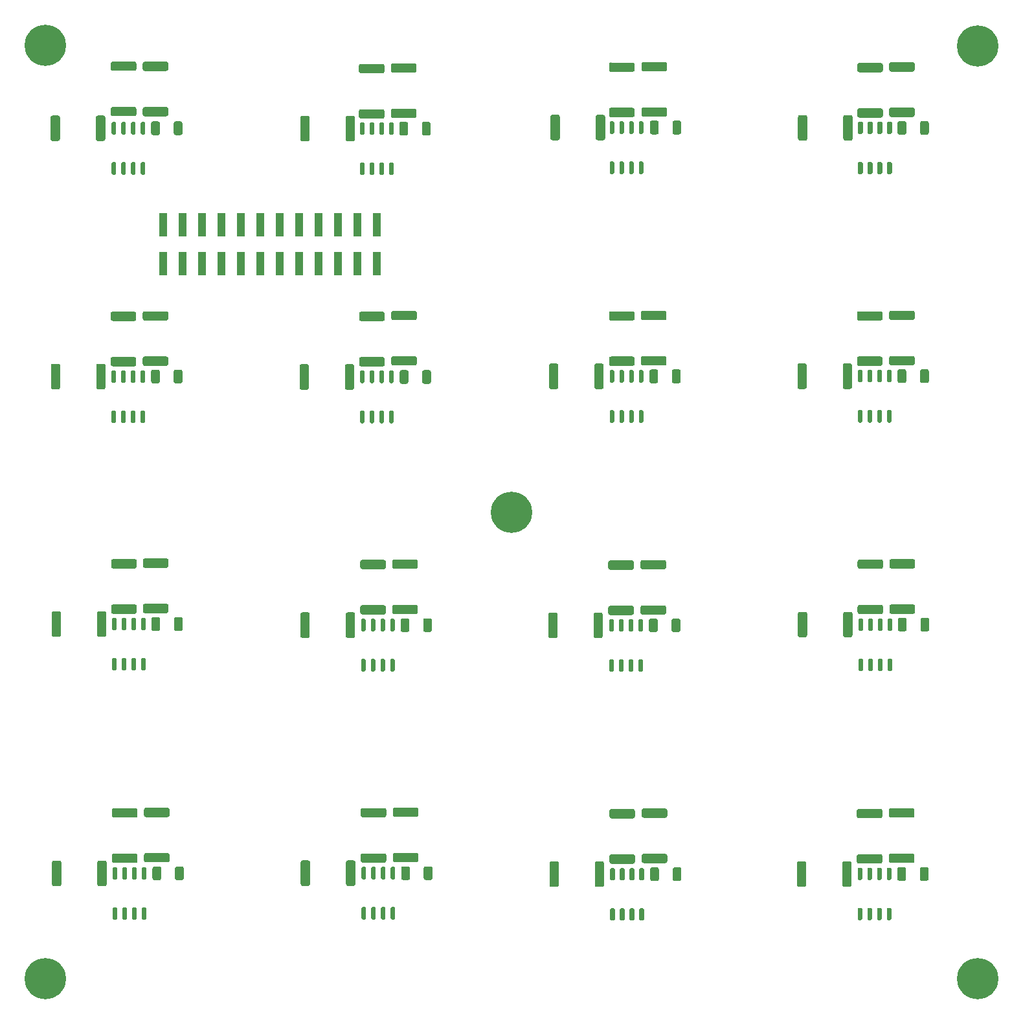
<source format=gbs>
G04 #@! TF.GenerationSoftware,KiCad,Pcbnew,5.1.10*
G04 #@! TF.CreationDate,2021-05-13T00:12:51+02:00*
G04 #@! TF.ProjectId,btn-matrix,62746e2d-6d61-4747-9269-782e6b696361,rev?*
G04 #@! TF.SameCoordinates,Original*
G04 #@! TF.FileFunction,Soldermask,Bot*
G04 #@! TF.FilePolarity,Negative*
%FSLAX46Y46*%
G04 Gerber Fmt 4.6, Leading zero omitted, Abs format (unit mm)*
G04 Created by KiCad (PCBNEW 5.1.10) date 2021-05-13 00:12:51*
%MOMM*%
%LPD*%
G01*
G04 APERTURE LIST*
%ADD10C,0.800000*%
%ADD11C,5.400000*%
%ADD12R,1.000000X3.150000*%
G04 APERTURE END LIST*
D10*
X93836671Y-87643889D03*
X92404780Y-87050780D03*
X90972889Y-87643889D03*
X90379780Y-89075780D03*
X90972889Y-90507671D03*
X92404780Y-91100780D03*
X93836671Y-90507671D03*
X94429780Y-89075780D03*
D11*
X92404780Y-89075780D03*
D10*
X154836671Y-26643889D03*
X153404780Y-26050780D03*
X151972889Y-26643889D03*
X151379780Y-28075780D03*
X151972889Y-29507671D03*
X153404780Y-30100780D03*
X154836671Y-29507671D03*
X155429780Y-28075780D03*
D11*
X153404780Y-28075780D03*
D10*
X154836671Y-148643889D03*
X153404780Y-148050780D03*
X151972889Y-148643889D03*
X151379780Y-150075780D03*
X151972889Y-151507671D03*
X153404780Y-152100780D03*
X154836671Y-151507671D03*
X155429780Y-150075780D03*
D11*
X153404780Y-150075780D03*
D10*
X32836671Y-26568109D03*
X31404780Y-25975000D03*
X29972889Y-26568109D03*
X29379780Y-28000000D03*
X29972889Y-29431891D03*
X31404780Y-30025000D03*
X32836671Y-29431891D03*
X33429780Y-28000000D03*
D11*
X31404780Y-28000000D03*
D10*
X32863782Y-148643889D03*
X31431891Y-148050780D03*
X30000000Y-148643889D03*
X29406891Y-150075780D03*
X30000000Y-151507671D03*
X31431891Y-152100780D03*
X32863782Y-151507671D03*
X33456891Y-150075780D03*
D11*
X31431891Y-150075780D03*
D12*
X74769780Y-56575780D03*
X74769780Y-51525780D03*
X72229780Y-56575780D03*
X72229780Y-51525780D03*
X69689780Y-56575780D03*
X69689780Y-51525780D03*
X67149780Y-56575780D03*
X67149780Y-51525780D03*
X64609780Y-56575780D03*
X64609780Y-51525780D03*
X62069780Y-56575780D03*
X62069780Y-51525780D03*
X59529780Y-56575780D03*
X59529780Y-51525780D03*
X56989780Y-56575780D03*
X56989780Y-51525780D03*
X54449780Y-56575780D03*
X54449780Y-51525780D03*
X51909780Y-56575780D03*
X51909780Y-51525780D03*
X49369780Y-56575780D03*
X49369780Y-51525780D03*
X46829780Y-56575780D03*
X46829780Y-51525780D03*
G36*
G01*
X45454780Y-136925781D02*
X45454780Y-135625779D01*
G75*
G02*
X45704779Y-135375780I249999J0D01*
G01*
X46354781Y-135375780D01*
G75*
G02*
X46604780Y-135625779I0J-249999D01*
G01*
X46604780Y-136925781D01*
G75*
G02*
X46354781Y-137175780I-249999J0D01*
G01*
X45704779Y-137175780D01*
G75*
G02*
X45454780Y-136925781I0J249999D01*
G01*
G37*
G36*
G01*
X48404780Y-136925781D02*
X48404780Y-135625779D01*
G75*
G02*
X48654779Y-135375780I249999J0D01*
G01*
X49304781Y-135375780D01*
G75*
G02*
X49554780Y-135625779I0J-249999D01*
G01*
X49554780Y-136925781D01*
G75*
G02*
X49304781Y-137175780I-249999J0D01*
G01*
X48654779Y-137175780D01*
G75*
G02*
X48404780Y-136925781I0J249999D01*
G01*
G37*
G36*
G01*
X48254780Y-104325781D02*
X48254780Y-103025779D01*
G75*
G02*
X48504779Y-102775780I249999J0D01*
G01*
X49154781Y-102775780D01*
G75*
G02*
X49404780Y-103025779I0J-249999D01*
G01*
X49404780Y-104325781D01*
G75*
G02*
X49154781Y-104575780I-249999J0D01*
G01*
X48504779Y-104575780D01*
G75*
G02*
X48254780Y-104325781I0J249999D01*
G01*
G37*
G36*
G01*
X45304780Y-104325781D02*
X45304780Y-103025779D01*
G75*
G02*
X45554779Y-102775780I249999J0D01*
G01*
X46204781Y-102775780D01*
G75*
G02*
X46454780Y-103025779I0J-249999D01*
G01*
X46454780Y-104325781D01*
G75*
G02*
X46204781Y-104575780I-249999J0D01*
G01*
X45554779Y-104575780D01*
G75*
G02*
X45304780Y-104325781I0J249999D01*
G01*
G37*
G36*
G01*
X45279780Y-71975781D02*
X45279780Y-70675779D01*
G75*
G02*
X45529779Y-70425780I249999J0D01*
G01*
X46179781Y-70425780D01*
G75*
G02*
X46429780Y-70675779I0J-249999D01*
G01*
X46429780Y-71975781D01*
G75*
G02*
X46179781Y-72225780I-249999J0D01*
G01*
X45529779Y-72225780D01*
G75*
G02*
X45279780Y-71975781I0J249999D01*
G01*
G37*
G36*
G01*
X48229780Y-71975781D02*
X48229780Y-70675779D01*
G75*
G02*
X48479779Y-70425780I249999J0D01*
G01*
X49129781Y-70425780D01*
G75*
G02*
X49379780Y-70675779I0J-249999D01*
G01*
X49379780Y-71975781D01*
G75*
G02*
X49129781Y-72225780I-249999J0D01*
G01*
X48479779Y-72225780D01*
G75*
G02*
X48229780Y-71975781I0J249999D01*
G01*
G37*
G36*
G01*
X45279780Y-39525781D02*
X45279780Y-38225779D01*
G75*
G02*
X45529779Y-37975780I249999J0D01*
G01*
X46179781Y-37975780D01*
G75*
G02*
X46429780Y-38225779I0J-249999D01*
G01*
X46429780Y-39525781D01*
G75*
G02*
X46179781Y-39775780I-249999J0D01*
G01*
X45529779Y-39775780D01*
G75*
G02*
X45279780Y-39525781I0J249999D01*
G01*
G37*
G36*
G01*
X48229780Y-39525781D02*
X48229780Y-38225779D01*
G75*
G02*
X48479779Y-37975780I249999J0D01*
G01*
X49129781Y-37975780D01*
G75*
G02*
X49379780Y-38225779I0J-249999D01*
G01*
X49379780Y-39525781D01*
G75*
G02*
X49129781Y-39775780I-249999J0D01*
G01*
X48479779Y-39775780D01*
G75*
G02*
X48229780Y-39525781I0J249999D01*
G01*
G37*
G36*
G01*
X80929780Y-136900781D02*
X80929780Y-135600779D01*
G75*
G02*
X81179779Y-135350780I249999J0D01*
G01*
X81829781Y-135350780D01*
G75*
G02*
X82079780Y-135600779I0J-249999D01*
G01*
X82079780Y-136900781D01*
G75*
G02*
X81829781Y-137150780I-249999J0D01*
G01*
X81179779Y-137150780D01*
G75*
G02*
X80929780Y-136900781I0J249999D01*
G01*
G37*
G36*
G01*
X77979780Y-136900781D02*
X77979780Y-135600779D01*
G75*
G02*
X78229779Y-135350780I249999J0D01*
G01*
X78879781Y-135350780D01*
G75*
G02*
X79129780Y-135600779I0J-249999D01*
G01*
X79129780Y-136900781D01*
G75*
G02*
X78879781Y-137150780I-249999J0D01*
G01*
X78229779Y-137150780D01*
G75*
G02*
X77979780Y-136900781I0J249999D01*
G01*
G37*
G36*
G01*
X77904780Y-104475781D02*
X77904780Y-103175779D01*
G75*
G02*
X78154779Y-102925780I249999J0D01*
G01*
X78804781Y-102925780D01*
G75*
G02*
X79054780Y-103175779I0J-249999D01*
G01*
X79054780Y-104475781D01*
G75*
G02*
X78804781Y-104725780I-249999J0D01*
G01*
X78154779Y-104725780D01*
G75*
G02*
X77904780Y-104475781I0J249999D01*
G01*
G37*
G36*
G01*
X80854780Y-104475781D02*
X80854780Y-103175779D01*
G75*
G02*
X81104779Y-102925780I249999J0D01*
G01*
X81754781Y-102925780D01*
G75*
G02*
X82004780Y-103175779I0J-249999D01*
G01*
X82004780Y-104475781D01*
G75*
G02*
X81754781Y-104725780I-249999J0D01*
G01*
X81104779Y-104725780D01*
G75*
G02*
X80854780Y-104475781I0J249999D01*
G01*
G37*
G36*
G01*
X80729780Y-72025781D02*
X80729780Y-70725779D01*
G75*
G02*
X80979779Y-70475780I249999J0D01*
G01*
X81629781Y-70475780D01*
G75*
G02*
X81879780Y-70725779I0J-249999D01*
G01*
X81879780Y-72025781D01*
G75*
G02*
X81629781Y-72275780I-249999J0D01*
G01*
X80979779Y-72275780D01*
G75*
G02*
X80729780Y-72025781I0J249999D01*
G01*
G37*
G36*
G01*
X77779780Y-72025781D02*
X77779780Y-70725779D01*
G75*
G02*
X78029779Y-70475780I249999J0D01*
G01*
X78679781Y-70475780D01*
G75*
G02*
X78929780Y-70725779I0J-249999D01*
G01*
X78929780Y-72025781D01*
G75*
G02*
X78679781Y-72275780I-249999J0D01*
G01*
X78029779Y-72275780D01*
G75*
G02*
X77779780Y-72025781I0J249999D01*
G01*
G37*
G36*
G01*
X77729780Y-39575781D02*
X77729780Y-38275779D01*
G75*
G02*
X77979779Y-38025780I249999J0D01*
G01*
X78629781Y-38025780D01*
G75*
G02*
X78879780Y-38275779I0J-249999D01*
G01*
X78879780Y-39575781D01*
G75*
G02*
X78629781Y-39825780I-249999J0D01*
G01*
X77979779Y-39825780D01*
G75*
G02*
X77729780Y-39575781I0J249999D01*
G01*
G37*
G36*
G01*
X80679780Y-39575781D02*
X80679780Y-38275779D01*
G75*
G02*
X80929779Y-38025780I249999J0D01*
G01*
X81579781Y-38025780D01*
G75*
G02*
X81829780Y-38275779I0J-249999D01*
G01*
X81829780Y-39575781D01*
G75*
G02*
X81579781Y-39825780I-249999J0D01*
G01*
X80929779Y-39825780D01*
G75*
G02*
X80679780Y-39575781I0J249999D01*
G01*
G37*
G36*
G01*
X110529780Y-137025781D02*
X110529780Y-135725779D01*
G75*
G02*
X110779779Y-135475780I249999J0D01*
G01*
X111429781Y-135475780D01*
G75*
G02*
X111679780Y-135725779I0J-249999D01*
G01*
X111679780Y-137025781D01*
G75*
G02*
X111429781Y-137275780I-249999J0D01*
G01*
X110779779Y-137275780D01*
G75*
G02*
X110529780Y-137025781I0J249999D01*
G01*
G37*
G36*
G01*
X113479780Y-137025781D02*
X113479780Y-135725779D01*
G75*
G02*
X113729779Y-135475780I249999J0D01*
G01*
X114379781Y-135475780D01*
G75*
G02*
X114629780Y-135725779I0J-249999D01*
G01*
X114629780Y-137025781D01*
G75*
G02*
X114379781Y-137275780I-249999J0D01*
G01*
X113729779Y-137275780D01*
G75*
G02*
X113479780Y-137025781I0J249999D01*
G01*
G37*
G36*
G01*
X113329780Y-104500781D02*
X113329780Y-103200779D01*
G75*
G02*
X113579779Y-102950780I249999J0D01*
G01*
X114229781Y-102950780D01*
G75*
G02*
X114479780Y-103200779I0J-249999D01*
G01*
X114479780Y-104500781D01*
G75*
G02*
X114229781Y-104750780I-249999J0D01*
G01*
X113579779Y-104750780D01*
G75*
G02*
X113329780Y-104500781I0J249999D01*
G01*
G37*
G36*
G01*
X110379780Y-104500781D02*
X110379780Y-103200779D01*
G75*
G02*
X110629779Y-102950780I249999J0D01*
G01*
X111279781Y-102950780D01*
G75*
G02*
X111529780Y-103200779I0J-249999D01*
G01*
X111529780Y-104500781D01*
G75*
G02*
X111279781Y-104750780I-249999J0D01*
G01*
X110629779Y-104750780D01*
G75*
G02*
X110379780Y-104500781I0J249999D01*
G01*
G37*
G36*
G01*
X113379780Y-71950781D02*
X113379780Y-70650779D01*
G75*
G02*
X113629779Y-70400780I249999J0D01*
G01*
X114279781Y-70400780D01*
G75*
G02*
X114529780Y-70650779I0J-249999D01*
G01*
X114529780Y-71950781D01*
G75*
G02*
X114279781Y-72200780I-249999J0D01*
G01*
X113629779Y-72200780D01*
G75*
G02*
X113379780Y-71950781I0J249999D01*
G01*
G37*
G36*
G01*
X110429780Y-71950781D02*
X110429780Y-70650779D01*
G75*
G02*
X110679779Y-70400780I249999J0D01*
G01*
X111329781Y-70400780D01*
G75*
G02*
X111579780Y-70650779I0J-249999D01*
G01*
X111579780Y-71950781D01*
G75*
G02*
X111329781Y-72200780I-249999J0D01*
G01*
X110679779Y-72200780D01*
G75*
G02*
X110429780Y-71950781I0J249999D01*
G01*
G37*
G36*
G01*
X110504780Y-39425781D02*
X110504780Y-38125779D01*
G75*
G02*
X110754779Y-37875780I249999J0D01*
G01*
X111404781Y-37875780D01*
G75*
G02*
X111654780Y-38125779I0J-249999D01*
G01*
X111654780Y-39425781D01*
G75*
G02*
X111404781Y-39675780I-249999J0D01*
G01*
X110754779Y-39675780D01*
G75*
G02*
X110504780Y-39425781I0J249999D01*
G01*
G37*
G36*
G01*
X113454780Y-39425781D02*
X113454780Y-38125779D01*
G75*
G02*
X113704779Y-37875780I249999J0D01*
G01*
X114354781Y-37875780D01*
G75*
G02*
X114604780Y-38125779I0J-249999D01*
G01*
X114604780Y-39425781D01*
G75*
G02*
X114354781Y-39675780I-249999J0D01*
G01*
X113704779Y-39675780D01*
G75*
G02*
X113454780Y-39425781I0J249999D01*
G01*
G37*
G36*
G01*
X142854780Y-137000781D02*
X142854780Y-135700779D01*
G75*
G02*
X143104779Y-135450780I249999J0D01*
G01*
X143754781Y-135450780D01*
G75*
G02*
X144004780Y-135700779I0J-249999D01*
G01*
X144004780Y-137000781D01*
G75*
G02*
X143754781Y-137250780I-249999J0D01*
G01*
X143104779Y-137250780D01*
G75*
G02*
X142854780Y-137000781I0J249999D01*
G01*
G37*
G36*
G01*
X145804780Y-137000781D02*
X145804780Y-135700779D01*
G75*
G02*
X146054779Y-135450780I249999J0D01*
G01*
X146704781Y-135450780D01*
G75*
G02*
X146954780Y-135700779I0J-249999D01*
G01*
X146954780Y-137000781D01*
G75*
G02*
X146704781Y-137250780I-249999J0D01*
G01*
X146054779Y-137250780D01*
G75*
G02*
X145804780Y-137000781I0J249999D01*
G01*
G37*
G36*
G01*
X145879780Y-104400781D02*
X145879780Y-103100779D01*
G75*
G02*
X146129779Y-102850780I249999J0D01*
G01*
X146779781Y-102850780D01*
G75*
G02*
X147029780Y-103100779I0J-249999D01*
G01*
X147029780Y-104400781D01*
G75*
G02*
X146779781Y-104650780I-249999J0D01*
G01*
X146129779Y-104650780D01*
G75*
G02*
X145879780Y-104400781I0J249999D01*
G01*
G37*
G36*
G01*
X142929780Y-104400781D02*
X142929780Y-103100779D01*
G75*
G02*
X143179779Y-102850780I249999J0D01*
G01*
X143829781Y-102850780D01*
G75*
G02*
X144079780Y-103100779I0J-249999D01*
G01*
X144079780Y-104400781D01*
G75*
G02*
X143829781Y-104650780I-249999J0D01*
G01*
X143179779Y-104650780D01*
G75*
G02*
X142929780Y-104400781I0J249999D01*
G01*
G37*
G36*
G01*
X145829780Y-71925781D02*
X145829780Y-70625779D01*
G75*
G02*
X146079779Y-70375780I249999J0D01*
G01*
X146729781Y-70375780D01*
G75*
G02*
X146979780Y-70625779I0J-249999D01*
G01*
X146979780Y-71925781D01*
G75*
G02*
X146729781Y-72175780I-249999J0D01*
G01*
X146079779Y-72175780D01*
G75*
G02*
X145829780Y-71925781I0J249999D01*
G01*
G37*
G36*
G01*
X142879780Y-71925781D02*
X142879780Y-70625779D01*
G75*
G02*
X143129779Y-70375780I249999J0D01*
G01*
X143779781Y-70375780D01*
G75*
G02*
X144029780Y-70625779I0J-249999D01*
G01*
X144029780Y-71925781D01*
G75*
G02*
X143779781Y-72175780I-249999J0D01*
G01*
X143129779Y-72175780D01*
G75*
G02*
X142879780Y-71925781I0J249999D01*
G01*
G37*
G36*
G01*
X145829780Y-39475781D02*
X145829780Y-38175779D01*
G75*
G02*
X146079779Y-37925780I249999J0D01*
G01*
X146729781Y-37925780D01*
G75*
G02*
X146979780Y-38175779I0J-249999D01*
G01*
X146979780Y-39475781D01*
G75*
G02*
X146729781Y-39725780I-249999J0D01*
G01*
X146079779Y-39725780D01*
G75*
G02*
X145829780Y-39475781I0J249999D01*
G01*
G37*
G36*
G01*
X142879780Y-39475781D02*
X142879780Y-38175779D01*
G75*
G02*
X143129779Y-37925780I249999J0D01*
G01*
X143779781Y-37925780D01*
G75*
G02*
X144029780Y-38175779I0J-249999D01*
G01*
X144029780Y-39475781D01*
G75*
G02*
X143779781Y-39725780I-249999J0D01*
G01*
X143129779Y-39725780D01*
G75*
G02*
X142879780Y-39475781I0J249999D01*
G01*
G37*
G36*
G01*
X43254780Y-128988280D02*
X40404780Y-128988280D01*
G75*
G02*
X40154780Y-128738280I0J250000D01*
G01*
X40154780Y-128013280D01*
G75*
G02*
X40404780Y-127763280I250000J0D01*
G01*
X43254780Y-127763280D01*
G75*
G02*
X43504780Y-128013280I0J-250000D01*
G01*
X43504780Y-128738280D01*
G75*
G02*
X43254780Y-128988280I-250000J0D01*
G01*
G37*
G36*
G01*
X43254780Y-134913280D02*
X40404780Y-134913280D01*
G75*
G02*
X40154780Y-134663280I0J250000D01*
G01*
X40154780Y-133938280D01*
G75*
G02*
X40404780Y-133688280I250000J0D01*
G01*
X43254780Y-133688280D01*
G75*
G02*
X43504780Y-133938280I0J-250000D01*
G01*
X43504780Y-134663280D01*
G75*
G02*
X43254780Y-134913280I-250000J0D01*
G01*
G37*
G36*
G01*
X39467280Y-134850780D02*
X39467280Y-137700780D01*
G75*
G02*
X39217280Y-137950780I-250000J0D01*
G01*
X38492280Y-137950780D01*
G75*
G02*
X38242280Y-137700780I0J250000D01*
G01*
X38242280Y-134850780D01*
G75*
G02*
X38492280Y-134600780I250000J0D01*
G01*
X39217280Y-134600780D01*
G75*
G02*
X39467280Y-134850780I0J-250000D01*
G01*
G37*
G36*
G01*
X33542280Y-134850780D02*
X33542280Y-137700780D01*
G75*
G02*
X33292280Y-137950780I-250000J0D01*
G01*
X32567280Y-137950780D01*
G75*
G02*
X32317280Y-137700780I0J250000D01*
G01*
X32317280Y-134850780D01*
G75*
G02*
X32567280Y-134600780I250000J0D01*
G01*
X33292280Y-134600780D01*
G75*
G02*
X33542280Y-134850780I0J-250000D01*
G01*
G37*
G36*
G01*
X43154780Y-96413280D02*
X40304780Y-96413280D01*
G75*
G02*
X40054780Y-96163280I0J250000D01*
G01*
X40054780Y-95438280D01*
G75*
G02*
X40304780Y-95188280I250000J0D01*
G01*
X43154780Y-95188280D01*
G75*
G02*
X43404780Y-95438280I0J-250000D01*
G01*
X43404780Y-96163280D01*
G75*
G02*
X43154780Y-96413280I-250000J0D01*
G01*
G37*
G36*
G01*
X43154780Y-102338280D02*
X40304780Y-102338280D01*
G75*
G02*
X40054780Y-102088280I0J250000D01*
G01*
X40054780Y-101363280D01*
G75*
G02*
X40304780Y-101113280I250000J0D01*
G01*
X43154780Y-101113280D01*
G75*
G02*
X43404780Y-101363280I0J-250000D01*
G01*
X43404780Y-102088280D01*
G75*
G02*
X43154780Y-102338280I-250000J0D01*
G01*
G37*
G36*
G01*
X39417280Y-102250780D02*
X39417280Y-105100780D01*
G75*
G02*
X39167280Y-105350780I-250000J0D01*
G01*
X38442280Y-105350780D01*
G75*
G02*
X38192280Y-105100780I0J250000D01*
G01*
X38192280Y-102250780D01*
G75*
G02*
X38442280Y-102000780I250000J0D01*
G01*
X39167280Y-102000780D01*
G75*
G02*
X39417280Y-102250780I0J-250000D01*
G01*
G37*
G36*
G01*
X33492280Y-102250780D02*
X33492280Y-105100780D01*
G75*
G02*
X33242280Y-105350780I-250000J0D01*
G01*
X32517280Y-105350780D01*
G75*
G02*
X32267280Y-105100780I0J250000D01*
G01*
X32267280Y-102250780D01*
G75*
G02*
X32517280Y-102000780I250000J0D01*
G01*
X33242280Y-102000780D01*
G75*
G02*
X33492280Y-102250780I0J-250000D01*
G01*
G37*
G36*
G01*
X43079780Y-64063280D02*
X40229780Y-64063280D01*
G75*
G02*
X39979780Y-63813280I0J250000D01*
G01*
X39979780Y-63088280D01*
G75*
G02*
X40229780Y-62838280I250000J0D01*
G01*
X43079780Y-62838280D01*
G75*
G02*
X43329780Y-63088280I0J-250000D01*
G01*
X43329780Y-63813280D01*
G75*
G02*
X43079780Y-64063280I-250000J0D01*
G01*
G37*
G36*
G01*
X43079780Y-69988280D02*
X40229780Y-69988280D01*
G75*
G02*
X39979780Y-69738280I0J250000D01*
G01*
X39979780Y-69013280D01*
G75*
G02*
X40229780Y-68763280I250000J0D01*
G01*
X43079780Y-68763280D01*
G75*
G02*
X43329780Y-69013280I0J-250000D01*
G01*
X43329780Y-69738280D01*
G75*
G02*
X43079780Y-69988280I-250000J0D01*
G01*
G37*
G36*
G01*
X39317280Y-69900780D02*
X39317280Y-72750780D01*
G75*
G02*
X39067280Y-73000780I-250000J0D01*
G01*
X38342280Y-73000780D01*
G75*
G02*
X38092280Y-72750780I0J250000D01*
G01*
X38092280Y-69900780D01*
G75*
G02*
X38342280Y-69650780I250000J0D01*
G01*
X39067280Y-69650780D01*
G75*
G02*
X39317280Y-69900780I0J-250000D01*
G01*
G37*
G36*
G01*
X33392280Y-69900780D02*
X33392280Y-72750780D01*
G75*
G02*
X33142280Y-73000780I-250000J0D01*
G01*
X32417280Y-73000780D01*
G75*
G02*
X32167280Y-72750780I0J250000D01*
G01*
X32167280Y-69900780D01*
G75*
G02*
X32417280Y-69650780I250000J0D01*
G01*
X33142280Y-69650780D01*
G75*
G02*
X33392280Y-69900780I0J-250000D01*
G01*
G37*
G36*
G01*
X43104780Y-37300780D02*
X40254780Y-37300780D01*
G75*
G02*
X40004780Y-37050780I0J250000D01*
G01*
X40004780Y-36325780D01*
G75*
G02*
X40254780Y-36075780I250000J0D01*
G01*
X43104780Y-36075780D01*
G75*
G02*
X43354780Y-36325780I0J-250000D01*
G01*
X43354780Y-37050780D01*
G75*
G02*
X43104780Y-37300780I-250000J0D01*
G01*
G37*
G36*
G01*
X43104780Y-31375780D02*
X40254780Y-31375780D01*
G75*
G02*
X40004780Y-31125780I0J250000D01*
G01*
X40004780Y-30400780D01*
G75*
G02*
X40254780Y-30150780I250000J0D01*
G01*
X43104780Y-30150780D01*
G75*
G02*
X43354780Y-30400780I0J-250000D01*
G01*
X43354780Y-31125780D01*
G75*
G02*
X43104780Y-31375780I-250000J0D01*
G01*
G37*
G36*
G01*
X33354780Y-37450780D02*
X33354780Y-40300780D01*
G75*
G02*
X33104780Y-40550780I-250000J0D01*
G01*
X32379780Y-40550780D01*
G75*
G02*
X32129780Y-40300780I0J250000D01*
G01*
X32129780Y-37450780D01*
G75*
G02*
X32379780Y-37200780I250000J0D01*
G01*
X33104780Y-37200780D01*
G75*
G02*
X33354780Y-37450780I0J-250000D01*
G01*
G37*
G36*
G01*
X39279780Y-37450780D02*
X39279780Y-40300780D01*
G75*
G02*
X39029780Y-40550780I-250000J0D01*
G01*
X38304780Y-40550780D01*
G75*
G02*
X38054780Y-40300780I0J250000D01*
G01*
X38054780Y-37450780D01*
G75*
G02*
X38304780Y-37200780I250000J0D01*
G01*
X39029780Y-37200780D01*
G75*
G02*
X39279780Y-37450780I0J-250000D01*
G01*
G37*
G36*
G01*
X47454780Y-134838280D02*
X44604780Y-134838280D01*
G75*
G02*
X44354780Y-134588280I0J250000D01*
G01*
X44354780Y-133863280D01*
G75*
G02*
X44604780Y-133613280I250000J0D01*
G01*
X47454780Y-133613280D01*
G75*
G02*
X47704780Y-133863280I0J-250000D01*
G01*
X47704780Y-134588280D01*
G75*
G02*
X47454780Y-134838280I-250000J0D01*
G01*
G37*
G36*
G01*
X47454780Y-128913280D02*
X44604780Y-128913280D01*
G75*
G02*
X44354780Y-128663280I0J250000D01*
G01*
X44354780Y-127938280D01*
G75*
G02*
X44604780Y-127688280I250000J0D01*
G01*
X47454780Y-127688280D01*
G75*
G02*
X47704780Y-127938280I0J-250000D01*
G01*
X47704780Y-128663280D01*
G75*
G02*
X47454780Y-128913280I-250000J0D01*
G01*
G37*
G36*
G01*
X47304780Y-96325780D02*
X44454780Y-96325780D01*
G75*
G02*
X44204780Y-96075780I0J250000D01*
G01*
X44204780Y-95350780D01*
G75*
G02*
X44454780Y-95100780I250000J0D01*
G01*
X47304780Y-95100780D01*
G75*
G02*
X47554780Y-95350780I0J-250000D01*
G01*
X47554780Y-96075780D01*
G75*
G02*
X47304780Y-96325780I-250000J0D01*
G01*
G37*
G36*
G01*
X47304780Y-102250780D02*
X44454780Y-102250780D01*
G75*
G02*
X44204780Y-102000780I0J250000D01*
G01*
X44204780Y-101275780D01*
G75*
G02*
X44454780Y-101025780I250000J0D01*
G01*
X47304780Y-101025780D01*
G75*
G02*
X47554780Y-101275780I0J-250000D01*
G01*
X47554780Y-102000780D01*
G75*
G02*
X47304780Y-102250780I-250000J0D01*
G01*
G37*
G36*
G01*
X47279780Y-69938280D02*
X44429780Y-69938280D01*
G75*
G02*
X44179780Y-69688280I0J250000D01*
G01*
X44179780Y-68963280D01*
G75*
G02*
X44429780Y-68713280I250000J0D01*
G01*
X47279780Y-68713280D01*
G75*
G02*
X47529780Y-68963280I0J-250000D01*
G01*
X47529780Y-69688280D01*
G75*
G02*
X47279780Y-69938280I-250000J0D01*
G01*
G37*
G36*
G01*
X47279780Y-64013280D02*
X44429780Y-64013280D01*
G75*
G02*
X44179780Y-63763280I0J250000D01*
G01*
X44179780Y-63038280D01*
G75*
G02*
X44429780Y-62788280I250000J0D01*
G01*
X47279780Y-62788280D01*
G75*
G02*
X47529780Y-63038280I0J-250000D01*
G01*
X47529780Y-63763280D01*
G75*
G02*
X47279780Y-64013280I-250000J0D01*
G01*
G37*
G36*
G01*
X47279780Y-31388280D02*
X44429780Y-31388280D01*
G75*
G02*
X44179780Y-31138280I0J250000D01*
G01*
X44179780Y-30413280D01*
G75*
G02*
X44429780Y-30163280I250000J0D01*
G01*
X47279780Y-30163280D01*
G75*
G02*
X47529780Y-30413280I0J-250000D01*
G01*
X47529780Y-31138280D01*
G75*
G02*
X47279780Y-31388280I-250000J0D01*
G01*
G37*
G36*
G01*
X47279780Y-37313280D02*
X44429780Y-37313280D01*
G75*
G02*
X44179780Y-37063280I0J250000D01*
G01*
X44179780Y-36338280D01*
G75*
G02*
X44429780Y-36088280I250000J0D01*
G01*
X47279780Y-36088280D01*
G75*
G02*
X47529780Y-36338280I0J-250000D01*
G01*
X47529780Y-37063280D01*
G75*
G02*
X47279780Y-37313280I-250000J0D01*
G01*
G37*
G36*
G01*
X75779780Y-134888280D02*
X72929780Y-134888280D01*
G75*
G02*
X72679780Y-134638280I0J250000D01*
G01*
X72679780Y-133913280D01*
G75*
G02*
X72929780Y-133663280I250000J0D01*
G01*
X75779780Y-133663280D01*
G75*
G02*
X76029780Y-133913280I0J-250000D01*
G01*
X76029780Y-134638280D01*
G75*
G02*
X75779780Y-134888280I-250000J0D01*
G01*
G37*
G36*
G01*
X75779780Y-128963280D02*
X72929780Y-128963280D01*
G75*
G02*
X72679780Y-128713280I0J250000D01*
G01*
X72679780Y-127988280D01*
G75*
G02*
X72929780Y-127738280I250000J0D01*
G01*
X75779780Y-127738280D01*
G75*
G02*
X76029780Y-127988280I0J-250000D01*
G01*
X76029780Y-128713280D01*
G75*
G02*
X75779780Y-128963280I-250000J0D01*
G01*
G37*
G36*
G01*
X66067280Y-134825780D02*
X66067280Y-137675780D01*
G75*
G02*
X65817280Y-137925780I-250000J0D01*
G01*
X65092280Y-137925780D01*
G75*
G02*
X64842280Y-137675780I0J250000D01*
G01*
X64842280Y-134825780D01*
G75*
G02*
X65092280Y-134575780I250000J0D01*
G01*
X65817280Y-134575780D01*
G75*
G02*
X66067280Y-134825780I0J-250000D01*
G01*
G37*
G36*
G01*
X71992280Y-134825780D02*
X71992280Y-137675780D01*
G75*
G02*
X71742280Y-137925780I-250000J0D01*
G01*
X71017280Y-137925780D01*
G75*
G02*
X70767280Y-137675780I0J250000D01*
G01*
X70767280Y-134825780D01*
G75*
G02*
X71017280Y-134575780I250000J0D01*
G01*
X71742280Y-134575780D01*
G75*
G02*
X71992280Y-134825780I0J-250000D01*
G01*
G37*
G36*
G01*
X75729780Y-102438280D02*
X72879780Y-102438280D01*
G75*
G02*
X72629780Y-102188280I0J250000D01*
G01*
X72629780Y-101463280D01*
G75*
G02*
X72879780Y-101213280I250000J0D01*
G01*
X75729780Y-101213280D01*
G75*
G02*
X75979780Y-101463280I0J-250000D01*
G01*
X75979780Y-102188280D01*
G75*
G02*
X75729780Y-102438280I-250000J0D01*
G01*
G37*
G36*
G01*
X75729780Y-96513280D02*
X72879780Y-96513280D01*
G75*
G02*
X72629780Y-96263280I0J250000D01*
G01*
X72629780Y-95538280D01*
G75*
G02*
X72879780Y-95288280I250000J0D01*
G01*
X75729780Y-95288280D01*
G75*
G02*
X75979780Y-95538280I0J-250000D01*
G01*
X75979780Y-96263280D01*
G75*
G02*
X75729780Y-96513280I-250000J0D01*
G01*
G37*
G36*
G01*
X66017280Y-102400780D02*
X66017280Y-105250780D01*
G75*
G02*
X65767280Y-105500780I-250000J0D01*
G01*
X65042280Y-105500780D01*
G75*
G02*
X64792280Y-105250780I0J250000D01*
G01*
X64792280Y-102400780D01*
G75*
G02*
X65042280Y-102150780I250000J0D01*
G01*
X65767280Y-102150780D01*
G75*
G02*
X66017280Y-102400780I0J-250000D01*
G01*
G37*
G36*
G01*
X71942280Y-102400780D02*
X71942280Y-105250780D01*
G75*
G02*
X71692280Y-105500780I-250000J0D01*
G01*
X70967280Y-105500780D01*
G75*
G02*
X70717280Y-105250780I0J250000D01*
G01*
X70717280Y-102400780D01*
G75*
G02*
X70967280Y-102150780I250000J0D01*
G01*
X71692280Y-102150780D01*
G75*
G02*
X71942280Y-102400780I0J-250000D01*
G01*
G37*
G36*
G01*
X75579780Y-64088280D02*
X72729780Y-64088280D01*
G75*
G02*
X72479780Y-63838280I0J250000D01*
G01*
X72479780Y-63113280D01*
G75*
G02*
X72729780Y-62863280I250000J0D01*
G01*
X75579780Y-62863280D01*
G75*
G02*
X75829780Y-63113280I0J-250000D01*
G01*
X75829780Y-63838280D01*
G75*
G02*
X75579780Y-64088280I-250000J0D01*
G01*
G37*
G36*
G01*
X75579780Y-70013280D02*
X72729780Y-70013280D01*
G75*
G02*
X72479780Y-69763280I0J250000D01*
G01*
X72479780Y-69038280D01*
G75*
G02*
X72729780Y-68788280I250000J0D01*
G01*
X75579780Y-68788280D01*
G75*
G02*
X75829780Y-69038280I0J-250000D01*
G01*
X75829780Y-69763280D01*
G75*
G02*
X75579780Y-70013280I-250000J0D01*
G01*
G37*
G36*
G01*
X71842280Y-69950780D02*
X71842280Y-72800780D01*
G75*
G02*
X71592280Y-73050780I-250000J0D01*
G01*
X70867280Y-73050780D01*
G75*
G02*
X70617280Y-72800780I0J250000D01*
G01*
X70617280Y-69950780D01*
G75*
G02*
X70867280Y-69700780I250000J0D01*
G01*
X71592280Y-69700780D01*
G75*
G02*
X71842280Y-69950780I0J-250000D01*
G01*
G37*
G36*
G01*
X65917280Y-69950780D02*
X65917280Y-72800780D01*
G75*
G02*
X65667280Y-73050780I-250000J0D01*
G01*
X64942280Y-73050780D01*
G75*
G02*
X64692280Y-72800780I0J250000D01*
G01*
X64692280Y-69950780D01*
G75*
G02*
X64942280Y-69700780I250000J0D01*
G01*
X65667280Y-69700780D01*
G75*
G02*
X65917280Y-69950780I0J-250000D01*
G01*
G37*
G36*
G01*
X75554780Y-37613280D02*
X72704780Y-37613280D01*
G75*
G02*
X72454780Y-37363280I0J250000D01*
G01*
X72454780Y-36638280D01*
G75*
G02*
X72704780Y-36388280I250000J0D01*
G01*
X75554780Y-36388280D01*
G75*
G02*
X75804780Y-36638280I0J-250000D01*
G01*
X75804780Y-37363280D01*
G75*
G02*
X75554780Y-37613280I-250000J0D01*
G01*
G37*
G36*
G01*
X75554780Y-31688280D02*
X72704780Y-31688280D01*
G75*
G02*
X72454780Y-31438280I0J250000D01*
G01*
X72454780Y-30713280D01*
G75*
G02*
X72704780Y-30463280I250000J0D01*
G01*
X75554780Y-30463280D01*
G75*
G02*
X75804780Y-30713280I0J-250000D01*
G01*
X75804780Y-31438280D01*
G75*
G02*
X75554780Y-31688280I-250000J0D01*
G01*
G37*
G36*
G01*
X66017280Y-37500780D02*
X66017280Y-40350780D01*
G75*
G02*
X65767280Y-40600780I-250000J0D01*
G01*
X65042280Y-40600780D01*
G75*
G02*
X64792280Y-40350780I0J250000D01*
G01*
X64792280Y-37500780D01*
G75*
G02*
X65042280Y-37250780I250000J0D01*
G01*
X65767280Y-37250780D01*
G75*
G02*
X66017280Y-37500780I0J-250000D01*
G01*
G37*
G36*
G01*
X71942280Y-37500780D02*
X71942280Y-40350780D01*
G75*
G02*
X71692280Y-40600780I-250000J0D01*
G01*
X70967280Y-40600780D01*
G75*
G02*
X70717280Y-40350780I0J250000D01*
G01*
X70717280Y-37500780D01*
G75*
G02*
X70967280Y-37250780I250000J0D01*
G01*
X71692280Y-37250780D01*
G75*
G02*
X71942280Y-37500780I0J-250000D01*
G01*
G37*
G36*
G01*
X79979780Y-134813280D02*
X77129780Y-134813280D01*
G75*
G02*
X76879780Y-134563280I0J250000D01*
G01*
X76879780Y-133838280D01*
G75*
G02*
X77129780Y-133588280I250000J0D01*
G01*
X79979780Y-133588280D01*
G75*
G02*
X80229780Y-133838280I0J-250000D01*
G01*
X80229780Y-134563280D01*
G75*
G02*
X79979780Y-134813280I-250000J0D01*
G01*
G37*
G36*
G01*
X79979780Y-128888280D02*
X77129780Y-128888280D01*
G75*
G02*
X76879780Y-128638280I0J250000D01*
G01*
X76879780Y-127913280D01*
G75*
G02*
X77129780Y-127663280I250000J0D01*
G01*
X79979780Y-127663280D01*
G75*
G02*
X80229780Y-127913280I0J-250000D01*
G01*
X80229780Y-128638280D01*
G75*
G02*
X79979780Y-128888280I-250000J0D01*
G01*
G37*
G36*
G01*
X79904780Y-102388280D02*
X77054780Y-102388280D01*
G75*
G02*
X76804780Y-102138280I0J250000D01*
G01*
X76804780Y-101413280D01*
G75*
G02*
X77054780Y-101163280I250000J0D01*
G01*
X79904780Y-101163280D01*
G75*
G02*
X80154780Y-101413280I0J-250000D01*
G01*
X80154780Y-102138280D01*
G75*
G02*
X79904780Y-102388280I-250000J0D01*
G01*
G37*
G36*
G01*
X79904780Y-96463280D02*
X77054780Y-96463280D01*
G75*
G02*
X76804780Y-96213280I0J250000D01*
G01*
X76804780Y-95488280D01*
G75*
G02*
X77054780Y-95238280I250000J0D01*
G01*
X79904780Y-95238280D01*
G75*
G02*
X80154780Y-95488280I0J-250000D01*
G01*
X80154780Y-96213280D01*
G75*
G02*
X79904780Y-96463280I-250000J0D01*
G01*
G37*
G36*
G01*
X79779780Y-69888280D02*
X76929780Y-69888280D01*
G75*
G02*
X76679780Y-69638280I0J250000D01*
G01*
X76679780Y-68913280D01*
G75*
G02*
X76929780Y-68663280I250000J0D01*
G01*
X79779780Y-68663280D01*
G75*
G02*
X80029780Y-68913280I0J-250000D01*
G01*
X80029780Y-69638280D01*
G75*
G02*
X79779780Y-69888280I-250000J0D01*
G01*
G37*
G36*
G01*
X79779780Y-63963280D02*
X76929780Y-63963280D01*
G75*
G02*
X76679780Y-63713280I0J250000D01*
G01*
X76679780Y-62988280D01*
G75*
G02*
X76929780Y-62738280I250000J0D01*
G01*
X79779780Y-62738280D01*
G75*
G02*
X80029780Y-62988280I0J-250000D01*
G01*
X80029780Y-63713280D01*
G75*
G02*
X79779780Y-63963280I-250000J0D01*
G01*
G37*
G36*
G01*
X79729780Y-31613280D02*
X76879780Y-31613280D01*
G75*
G02*
X76629780Y-31363280I0J250000D01*
G01*
X76629780Y-30638280D01*
G75*
G02*
X76879780Y-30388280I250000J0D01*
G01*
X79729780Y-30388280D01*
G75*
G02*
X79979780Y-30638280I0J-250000D01*
G01*
X79979780Y-31363280D01*
G75*
G02*
X79729780Y-31613280I-250000J0D01*
G01*
G37*
G36*
G01*
X79729780Y-37538280D02*
X76879780Y-37538280D01*
G75*
G02*
X76629780Y-37288280I0J250000D01*
G01*
X76629780Y-36563280D01*
G75*
G02*
X76879780Y-36313280I250000J0D01*
G01*
X79729780Y-36313280D01*
G75*
G02*
X79979780Y-36563280I0J-250000D01*
G01*
X79979780Y-37288280D01*
G75*
G02*
X79729780Y-37538280I-250000J0D01*
G01*
G37*
G36*
G01*
X108304780Y-129088280D02*
X105454780Y-129088280D01*
G75*
G02*
X105204780Y-128838280I0J250000D01*
G01*
X105204780Y-128113280D01*
G75*
G02*
X105454780Y-127863280I250000J0D01*
G01*
X108304780Y-127863280D01*
G75*
G02*
X108554780Y-128113280I0J-250000D01*
G01*
X108554780Y-128838280D01*
G75*
G02*
X108304780Y-129088280I-250000J0D01*
G01*
G37*
G36*
G01*
X108304780Y-135013280D02*
X105454780Y-135013280D01*
G75*
G02*
X105204780Y-134763280I0J250000D01*
G01*
X105204780Y-134038280D01*
G75*
G02*
X105454780Y-133788280I250000J0D01*
G01*
X108304780Y-133788280D01*
G75*
G02*
X108554780Y-134038280I0J-250000D01*
G01*
X108554780Y-134763280D01*
G75*
G02*
X108304780Y-135013280I-250000J0D01*
G01*
G37*
G36*
G01*
X104517280Y-134950780D02*
X104517280Y-137800780D01*
G75*
G02*
X104267280Y-138050780I-250000J0D01*
G01*
X103542280Y-138050780D01*
G75*
G02*
X103292280Y-137800780I0J250000D01*
G01*
X103292280Y-134950780D01*
G75*
G02*
X103542280Y-134700780I250000J0D01*
G01*
X104267280Y-134700780D01*
G75*
G02*
X104517280Y-134950780I0J-250000D01*
G01*
G37*
G36*
G01*
X98592280Y-134950780D02*
X98592280Y-137800780D01*
G75*
G02*
X98342280Y-138050780I-250000J0D01*
G01*
X97617280Y-138050780D01*
G75*
G02*
X97367280Y-137800780I0J250000D01*
G01*
X97367280Y-134950780D01*
G75*
G02*
X97617280Y-134700780I250000J0D01*
G01*
X98342280Y-134700780D01*
G75*
G02*
X98592280Y-134950780I0J-250000D01*
G01*
G37*
G36*
G01*
X108154780Y-96588280D02*
X105304780Y-96588280D01*
G75*
G02*
X105054780Y-96338280I0J250000D01*
G01*
X105054780Y-95613280D01*
G75*
G02*
X105304780Y-95363280I250000J0D01*
G01*
X108154780Y-95363280D01*
G75*
G02*
X108404780Y-95613280I0J-250000D01*
G01*
X108404780Y-96338280D01*
G75*
G02*
X108154780Y-96588280I-250000J0D01*
G01*
G37*
G36*
G01*
X108154780Y-102513280D02*
X105304780Y-102513280D01*
G75*
G02*
X105054780Y-102263280I0J250000D01*
G01*
X105054780Y-101538280D01*
G75*
G02*
X105304780Y-101288280I250000J0D01*
G01*
X108154780Y-101288280D01*
G75*
G02*
X108404780Y-101538280I0J-250000D01*
G01*
X108404780Y-102263280D01*
G75*
G02*
X108154780Y-102513280I-250000J0D01*
G01*
G37*
G36*
G01*
X104342280Y-102425780D02*
X104342280Y-105275780D01*
G75*
G02*
X104092280Y-105525780I-250000J0D01*
G01*
X103367280Y-105525780D01*
G75*
G02*
X103117280Y-105275780I0J250000D01*
G01*
X103117280Y-102425780D01*
G75*
G02*
X103367280Y-102175780I250000J0D01*
G01*
X104092280Y-102175780D01*
G75*
G02*
X104342280Y-102425780I0J-250000D01*
G01*
G37*
G36*
G01*
X98417280Y-102425780D02*
X98417280Y-105275780D01*
G75*
G02*
X98167280Y-105525780I-250000J0D01*
G01*
X97442280Y-105525780D01*
G75*
G02*
X97192280Y-105275780I0J250000D01*
G01*
X97192280Y-102425780D01*
G75*
G02*
X97442280Y-102175780I250000J0D01*
G01*
X98167280Y-102175780D01*
G75*
G02*
X98417280Y-102425780I0J-250000D01*
G01*
G37*
G36*
G01*
X108254780Y-69938280D02*
X105404780Y-69938280D01*
G75*
G02*
X105154780Y-69688280I0J250000D01*
G01*
X105154780Y-68963280D01*
G75*
G02*
X105404780Y-68713280I250000J0D01*
G01*
X108254780Y-68713280D01*
G75*
G02*
X108504780Y-68963280I0J-250000D01*
G01*
X108504780Y-69688280D01*
G75*
G02*
X108254780Y-69938280I-250000J0D01*
G01*
G37*
G36*
G01*
X108254780Y-64013280D02*
X105404780Y-64013280D01*
G75*
G02*
X105154780Y-63763280I0J250000D01*
G01*
X105154780Y-63038280D01*
G75*
G02*
X105404780Y-62788280I250000J0D01*
G01*
X108254780Y-62788280D01*
G75*
G02*
X108504780Y-63038280I0J-250000D01*
G01*
X108504780Y-63763280D01*
G75*
G02*
X108254780Y-64013280I-250000J0D01*
G01*
G37*
G36*
G01*
X98542280Y-69875780D02*
X98542280Y-72725780D01*
G75*
G02*
X98292280Y-72975780I-250000J0D01*
G01*
X97567280Y-72975780D01*
G75*
G02*
X97317280Y-72725780I0J250000D01*
G01*
X97317280Y-69875780D01*
G75*
G02*
X97567280Y-69625780I250000J0D01*
G01*
X98292280Y-69625780D01*
G75*
G02*
X98542280Y-69875780I0J-250000D01*
G01*
G37*
G36*
G01*
X104467280Y-69875780D02*
X104467280Y-72725780D01*
G75*
G02*
X104217280Y-72975780I-250000J0D01*
G01*
X103492280Y-72975780D01*
G75*
G02*
X103242280Y-72725780I0J250000D01*
G01*
X103242280Y-69875780D01*
G75*
G02*
X103492280Y-69625780I250000J0D01*
G01*
X104217280Y-69625780D01*
G75*
G02*
X104467280Y-69875780I0J-250000D01*
G01*
G37*
G36*
G01*
X108254780Y-37425780D02*
X105404780Y-37425780D01*
G75*
G02*
X105154780Y-37175780I0J250000D01*
G01*
X105154780Y-36450780D01*
G75*
G02*
X105404780Y-36200780I250000J0D01*
G01*
X108254780Y-36200780D01*
G75*
G02*
X108504780Y-36450780I0J-250000D01*
G01*
X108504780Y-37175780D01*
G75*
G02*
X108254780Y-37425780I-250000J0D01*
G01*
G37*
G36*
G01*
X108254780Y-31500780D02*
X105404780Y-31500780D01*
G75*
G02*
X105154780Y-31250780I0J250000D01*
G01*
X105154780Y-30525780D01*
G75*
G02*
X105404780Y-30275780I250000J0D01*
G01*
X108254780Y-30275780D01*
G75*
G02*
X108504780Y-30525780I0J-250000D01*
G01*
X108504780Y-31250780D01*
G75*
G02*
X108254780Y-31500780I-250000J0D01*
G01*
G37*
G36*
G01*
X98717280Y-37350780D02*
X98717280Y-40200780D01*
G75*
G02*
X98467280Y-40450780I-250000J0D01*
G01*
X97742280Y-40450780D01*
G75*
G02*
X97492280Y-40200780I0J250000D01*
G01*
X97492280Y-37350780D01*
G75*
G02*
X97742280Y-37100780I250000J0D01*
G01*
X98467280Y-37100780D01*
G75*
G02*
X98717280Y-37350780I0J-250000D01*
G01*
G37*
G36*
G01*
X104642280Y-37350780D02*
X104642280Y-40200780D01*
G75*
G02*
X104392280Y-40450780I-250000J0D01*
G01*
X103667280Y-40450780D01*
G75*
G02*
X103417280Y-40200780I0J250000D01*
G01*
X103417280Y-37350780D01*
G75*
G02*
X103667280Y-37100780I250000J0D01*
G01*
X104392280Y-37100780D01*
G75*
G02*
X104642280Y-37350780I0J-250000D01*
G01*
G37*
G36*
G01*
X112529780Y-134938280D02*
X109679780Y-134938280D01*
G75*
G02*
X109429780Y-134688280I0J250000D01*
G01*
X109429780Y-133963280D01*
G75*
G02*
X109679780Y-133713280I250000J0D01*
G01*
X112529780Y-133713280D01*
G75*
G02*
X112779780Y-133963280I0J-250000D01*
G01*
X112779780Y-134688280D01*
G75*
G02*
X112529780Y-134938280I-250000J0D01*
G01*
G37*
G36*
G01*
X112529780Y-129013280D02*
X109679780Y-129013280D01*
G75*
G02*
X109429780Y-128763280I0J250000D01*
G01*
X109429780Y-128038280D01*
G75*
G02*
X109679780Y-127788280I250000J0D01*
G01*
X112529780Y-127788280D01*
G75*
G02*
X112779780Y-128038280I0J-250000D01*
G01*
X112779780Y-128763280D01*
G75*
G02*
X112529780Y-129013280I-250000J0D01*
G01*
G37*
G36*
G01*
X112379780Y-102463280D02*
X109529780Y-102463280D01*
G75*
G02*
X109279780Y-102213280I0J250000D01*
G01*
X109279780Y-101488280D01*
G75*
G02*
X109529780Y-101238280I250000J0D01*
G01*
X112379780Y-101238280D01*
G75*
G02*
X112629780Y-101488280I0J-250000D01*
G01*
X112629780Y-102213280D01*
G75*
G02*
X112379780Y-102463280I-250000J0D01*
G01*
G37*
G36*
G01*
X112379780Y-96538280D02*
X109529780Y-96538280D01*
G75*
G02*
X109279780Y-96288280I0J250000D01*
G01*
X109279780Y-95563280D01*
G75*
G02*
X109529780Y-95313280I250000J0D01*
G01*
X112379780Y-95313280D01*
G75*
G02*
X112629780Y-95563280I0J-250000D01*
G01*
X112629780Y-96288280D01*
G75*
G02*
X112379780Y-96538280I-250000J0D01*
G01*
G37*
G36*
G01*
X112429780Y-63963280D02*
X109579780Y-63963280D01*
G75*
G02*
X109329780Y-63713280I0J250000D01*
G01*
X109329780Y-62988280D01*
G75*
G02*
X109579780Y-62738280I250000J0D01*
G01*
X112429780Y-62738280D01*
G75*
G02*
X112679780Y-62988280I0J-250000D01*
G01*
X112679780Y-63713280D01*
G75*
G02*
X112429780Y-63963280I-250000J0D01*
G01*
G37*
G36*
G01*
X112429780Y-69888280D02*
X109579780Y-69888280D01*
G75*
G02*
X109329780Y-69638280I0J250000D01*
G01*
X109329780Y-68913280D01*
G75*
G02*
X109579780Y-68663280I250000J0D01*
G01*
X112429780Y-68663280D01*
G75*
G02*
X112679780Y-68913280I0J-250000D01*
G01*
X112679780Y-69638280D01*
G75*
G02*
X112429780Y-69888280I-250000J0D01*
G01*
G37*
G36*
G01*
X112504780Y-31425780D02*
X109654780Y-31425780D01*
G75*
G02*
X109404780Y-31175780I0J250000D01*
G01*
X109404780Y-30450780D01*
G75*
G02*
X109654780Y-30200780I250000J0D01*
G01*
X112504780Y-30200780D01*
G75*
G02*
X112754780Y-30450780I0J-250000D01*
G01*
X112754780Y-31175780D01*
G75*
G02*
X112504780Y-31425780I-250000J0D01*
G01*
G37*
G36*
G01*
X112504780Y-37350780D02*
X109654780Y-37350780D01*
G75*
G02*
X109404780Y-37100780I0J250000D01*
G01*
X109404780Y-36375780D01*
G75*
G02*
X109654780Y-36125780I250000J0D01*
G01*
X112504780Y-36125780D01*
G75*
G02*
X112754780Y-36375780I0J-250000D01*
G01*
X112754780Y-37100780D01*
G75*
G02*
X112504780Y-37350780I-250000J0D01*
G01*
G37*
G36*
G01*
X140654780Y-134988280D02*
X137804780Y-134988280D01*
G75*
G02*
X137554780Y-134738280I0J250000D01*
G01*
X137554780Y-134013280D01*
G75*
G02*
X137804780Y-133763280I250000J0D01*
G01*
X140654780Y-133763280D01*
G75*
G02*
X140904780Y-134013280I0J-250000D01*
G01*
X140904780Y-134738280D01*
G75*
G02*
X140654780Y-134988280I-250000J0D01*
G01*
G37*
G36*
G01*
X140654780Y-129063280D02*
X137804780Y-129063280D01*
G75*
G02*
X137554780Y-128813280I0J250000D01*
G01*
X137554780Y-128088280D01*
G75*
G02*
X137804780Y-127838280I250000J0D01*
G01*
X140654780Y-127838280D01*
G75*
G02*
X140904780Y-128088280I0J-250000D01*
G01*
X140904780Y-128813280D01*
G75*
G02*
X140654780Y-129063280I-250000J0D01*
G01*
G37*
G36*
G01*
X130942280Y-134925780D02*
X130942280Y-137775780D01*
G75*
G02*
X130692280Y-138025780I-250000J0D01*
G01*
X129967280Y-138025780D01*
G75*
G02*
X129717280Y-137775780I0J250000D01*
G01*
X129717280Y-134925780D01*
G75*
G02*
X129967280Y-134675780I250000J0D01*
G01*
X130692280Y-134675780D01*
G75*
G02*
X130942280Y-134925780I0J-250000D01*
G01*
G37*
G36*
G01*
X136867280Y-134925780D02*
X136867280Y-137775780D01*
G75*
G02*
X136617280Y-138025780I-250000J0D01*
G01*
X135892280Y-138025780D01*
G75*
G02*
X135642280Y-137775780I0J250000D01*
G01*
X135642280Y-134925780D01*
G75*
G02*
X135892280Y-134675780I250000J0D01*
G01*
X136617280Y-134675780D01*
G75*
G02*
X136867280Y-134925780I0J-250000D01*
G01*
G37*
G36*
G01*
X140754780Y-96463280D02*
X137904780Y-96463280D01*
G75*
G02*
X137654780Y-96213280I0J250000D01*
G01*
X137654780Y-95488280D01*
G75*
G02*
X137904780Y-95238280I250000J0D01*
G01*
X140754780Y-95238280D01*
G75*
G02*
X141004780Y-95488280I0J-250000D01*
G01*
X141004780Y-96213280D01*
G75*
G02*
X140754780Y-96463280I-250000J0D01*
G01*
G37*
G36*
G01*
X140754780Y-102388280D02*
X137904780Y-102388280D01*
G75*
G02*
X137654780Y-102138280I0J250000D01*
G01*
X137654780Y-101413280D01*
G75*
G02*
X137904780Y-101163280I250000J0D01*
G01*
X140754780Y-101163280D01*
G75*
G02*
X141004780Y-101413280I0J-250000D01*
G01*
X141004780Y-102138280D01*
G75*
G02*
X140754780Y-102388280I-250000J0D01*
G01*
G37*
G36*
G01*
X131067280Y-102325780D02*
X131067280Y-105175780D01*
G75*
G02*
X130817280Y-105425780I-250000J0D01*
G01*
X130092280Y-105425780D01*
G75*
G02*
X129842280Y-105175780I0J250000D01*
G01*
X129842280Y-102325780D01*
G75*
G02*
X130092280Y-102075780I250000J0D01*
G01*
X130817280Y-102075780D01*
G75*
G02*
X131067280Y-102325780I0J-250000D01*
G01*
G37*
G36*
G01*
X136992280Y-102325780D02*
X136992280Y-105175780D01*
G75*
G02*
X136742280Y-105425780I-250000J0D01*
G01*
X136017280Y-105425780D01*
G75*
G02*
X135767280Y-105175780I0J250000D01*
G01*
X135767280Y-102325780D01*
G75*
G02*
X136017280Y-102075780I250000J0D01*
G01*
X136742280Y-102075780D01*
G75*
G02*
X136992280Y-102325780I0J-250000D01*
G01*
G37*
G36*
G01*
X140679780Y-69938280D02*
X137829780Y-69938280D01*
G75*
G02*
X137579780Y-69688280I0J250000D01*
G01*
X137579780Y-68963280D01*
G75*
G02*
X137829780Y-68713280I250000J0D01*
G01*
X140679780Y-68713280D01*
G75*
G02*
X140929780Y-68963280I0J-250000D01*
G01*
X140929780Y-69688280D01*
G75*
G02*
X140679780Y-69938280I-250000J0D01*
G01*
G37*
G36*
G01*
X140679780Y-64013280D02*
X137829780Y-64013280D01*
G75*
G02*
X137579780Y-63763280I0J250000D01*
G01*
X137579780Y-63038280D01*
G75*
G02*
X137829780Y-62788280I250000J0D01*
G01*
X140679780Y-62788280D01*
G75*
G02*
X140929780Y-63038280I0J-250000D01*
G01*
X140929780Y-63763280D01*
G75*
G02*
X140679780Y-64013280I-250000J0D01*
G01*
G37*
G36*
G01*
X136942280Y-69850780D02*
X136942280Y-72700780D01*
G75*
G02*
X136692280Y-72950780I-250000J0D01*
G01*
X135967280Y-72950780D01*
G75*
G02*
X135717280Y-72700780I0J250000D01*
G01*
X135717280Y-69850780D01*
G75*
G02*
X135967280Y-69600780I250000J0D01*
G01*
X136692280Y-69600780D01*
G75*
G02*
X136942280Y-69850780I0J-250000D01*
G01*
G37*
G36*
G01*
X131017280Y-69850780D02*
X131017280Y-72700780D01*
G75*
G02*
X130767280Y-72950780I-250000J0D01*
G01*
X130042280Y-72950780D01*
G75*
G02*
X129792280Y-72700780I0J250000D01*
G01*
X129792280Y-69850780D01*
G75*
G02*
X130042280Y-69600780I250000J0D01*
G01*
X130767280Y-69600780D01*
G75*
G02*
X131017280Y-69850780I0J-250000D01*
G01*
G37*
G36*
G01*
X140729780Y-37488280D02*
X137879780Y-37488280D01*
G75*
G02*
X137629780Y-37238280I0J250000D01*
G01*
X137629780Y-36513280D01*
G75*
G02*
X137879780Y-36263280I250000J0D01*
G01*
X140729780Y-36263280D01*
G75*
G02*
X140979780Y-36513280I0J-250000D01*
G01*
X140979780Y-37238280D01*
G75*
G02*
X140729780Y-37488280I-250000J0D01*
G01*
G37*
G36*
G01*
X140729780Y-31563280D02*
X137879780Y-31563280D01*
G75*
G02*
X137629780Y-31313280I0J250000D01*
G01*
X137629780Y-30588280D01*
G75*
G02*
X137879780Y-30338280I250000J0D01*
G01*
X140729780Y-30338280D01*
G75*
G02*
X140979780Y-30588280I0J-250000D01*
G01*
X140979780Y-31313280D01*
G75*
G02*
X140729780Y-31563280I-250000J0D01*
G01*
G37*
G36*
G01*
X131092280Y-37400780D02*
X131092280Y-40250780D01*
G75*
G02*
X130842280Y-40500780I-250000J0D01*
G01*
X130117280Y-40500780D01*
G75*
G02*
X129867280Y-40250780I0J250000D01*
G01*
X129867280Y-37400780D01*
G75*
G02*
X130117280Y-37150780I250000J0D01*
G01*
X130842280Y-37150780D01*
G75*
G02*
X131092280Y-37400780I0J-250000D01*
G01*
G37*
G36*
G01*
X137017280Y-37400780D02*
X137017280Y-40250780D01*
G75*
G02*
X136767280Y-40500780I-250000J0D01*
G01*
X136042280Y-40500780D01*
G75*
G02*
X135792280Y-40250780I0J250000D01*
G01*
X135792280Y-37400780D01*
G75*
G02*
X136042280Y-37150780I250000J0D01*
G01*
X136767280Y-37150780D01*
G75*
G02*
X137017280Y-37400780I0J-250000D01*
G01*
G37*
G36*
G01*
X144854780Y-128988280D02*
X142004780Y-128988280D01*
G75*
G02*
X141754780Y-128738280I0J250000D01*
G01*
X141754780Y-128013280D01*
G75*
G02*
X142004780Y-127763280I250000J0D01*
G01*
X144854780Y-127763280D01*
G75*
G02*
X145104780Y-128013280I0J-250000D01*
G01*
X145104780Y-128738280D01*
G75*
G02*
X144854780Y-128988280I-250000J0D01*
G01*
G37*
G36*
G01*
X144854780Y-134913280D02*
X142004780Y-134913280D01*
G75*
G02*
X141754780Y-134663280I0J250000D01*
G01*
X141754780Y-133938280D01*
G75*
G02*
X142004780Y-133688280I250000J0D01*
G01*
X144854780Y-133688280D01*
G75*
G02*
X145104780Y-133938280I0J-250000D01*
G01*
X145104780Y-134663280D01*
G75*
G02*
X144854780Y-134913280I-250000J0D01*
G01*
G37*
G36*
G01*
X144929780Y-96413280D02*
X142079780Y-96413280D01*
G75*
G02*
X141829780Y-96163280I0J250000D01*
G01*
X141829780Y-95438280D01*
G75*
G02*
X142079780Y-95188280I250000J0D01*
G01*
X144929780Y-95188280D01*
G75*
G02*
X145179780Y-95438280I0J-250000D01*
G01*
X145179780Y-96163280D01*
G75*
G02*
X144929780Y-96413280I-250000J0D01*
G01*
G37*
G36*
G01*
X144929780Y-102338280D02*
X142079780Y-102338280D01*
G75*
G02*
X141829780Y-102088280I0J250000D01*
G01*
X141829780Y-101363280D01*
G75*
G02*
X142079780Y-101113280I250000J0D01*
G01*
X144929780Y-101113280D01*
G75*
G02*
X145179780Y-101363280I0J-250000D01*
G01*
X145179780Y-102088280D01*
G75*
G02*
X144929780Y-102338280I-250000J0D01*
G01*
G37*
G36*
G01*
X144879780Y-63938280D02*
X142029780Y-63938280D01*
G75*
G02*
X141779780Y-63688280I0J250000D01*
G01*
X141779780Y-62963280D01*
G75*
G02*
X142029780Y-62713280I250000J0D01*
G01*
X144879780Y-62713280D01*
G75*
G02*
X145129780Y-62963280I0J-250000D01*
G01*
X145129780Y-63688280D01*
G75*
G02*
X144879780Y-63938280I-250000J0D01*
G01*
G37*
G36*
G01*
X144879780Y-69863280D02*
X142029780Y-69863280D01*
G75*
G02*
X141779780Y-69613280I0J250000D01*
G01*
X141779780Y-68888280D01*
G75*
G02*
X142029780Y-68638280I250000J0D01*
G01*
X144879780Y-68638280D01*
G75*
G02*
X145129780Y-68888280I0J-250000D01*
G01*
X145129780Y-69613280D01*
G75*
G02*
X144879780Y-69863280I-250000J0D01*
G01*
G37*
G36*
G01*
X144879780Y-37388280D02*
X142029780Y-37388280D01*
G75*
G02*
X141779780Y-37138280I0J250000D01*
G01*
X141779780Y-36413280D01*
G75*
G02*
X142029780Y-36163280I250000J0D01*
G01*
X144879780Y-36163280D01*
G75*
G02*
X145129780Y-36413280I0J-250000D01*
G01*
X145129780Y-37138280D01*
G75*
G02*
X144879780Y-37388280I-250000J0D01*
G01*
G37*
G36*
G01*
X144879780Y-31463280D02*
X142029780Y-31463280D01*
G75*
G02*
X141779780Y-31213280I0J250000D01*
G01*
X141779780Y-30488280D01*
G75*
G02*
X142029780Y-30238280I250000J0D01*
G01*
X144879780Y-30238280D01*
G75*
G02*
X145129780Y-30488280I0J-250000D01*
G01*
X145129780Y-31213280D01*
G75*
G02*
X144879780Y-31463280I-250000J0D01*
G01*
G37*
G36*
G01*
X44524780Y-137100780D02*
X44224780Y-137100780D01*
G75*
G02*
X44074780Y-136950780I0J150000D01*
G01*
X44074780Y-135600780D01*
G75*
G02*
X44224780Y-135450780I150000J0D01*
G01*
X44524780Y-135450780D01*
G75*
G02*
X44674780Y-135600780I0J-150000D01*
G01*
X44674780Y-136950780D01*
G75*
G02*
X44524780Y-137100780I-150000J0D01*
G01*
G37*
G36*
G01*
X43254780Y-137100780D02*
X42954780Y-137100780D01*
G75*
G02*
X42804780Y-136950780I0J150000D01*
G01*
X42804780Y-135600780D01*
G75*
G02*
X42954780Y-135450780I150000J0D01*
G01*
X43254780Y-135450780D01*
G75*
G02*
X43404780Y-135600780I0J-150000D01*
G01*
X43404780Y-136950780D01*
G75*
G02*
X43254780Y-137100780I-150000J0D01*
G01*
G37*
G36*
G01*
X41984780Y-137100780D02*
X41684780Y-137100780D01*
G75*
G02*
X41534780Y-136950780I0J150000D01*
G01*
X41534780Y-135600780D01*
G75*
G02*
X41684780Y-135450780I150000J0D01*
G01*
X41984780Y-135450780D01*
G75*
G02*
X42134780Y-135600780I0J-150000D01*
G01*
X42134780Y-136950780D01*
G75*
G02*
X41984780Y-137100780I-150000J0D01*
G01*
G37*
G36*
G01*
X40714780Y-137100780D02*
X40414780Y-137100780D01*
G75*
G02*
X40264780Y-136950780I0J150000D01*
G01*
X40264780Y-135600780D01*
G75*
G02*
X40414780Y-135450780I150000J0D01*
G01*
X40714780Y-135450780D01*
G75*
G02*
X40864780Y-135600780I0J-150000D01*
G01*
X40864780Y-136950780D01*
G75*
G02*
X40714780Y-137100780I-150000J0D01*
G01*
G37*
G36*
G01*
X40714780Y-142350780D02*
X40414780Y-142350780D01*
G75*
G02*
X40264780Y-142200780I0J150000D01*
G01*
X40264780Y-140850780D01*
G75*
G02*
X40414780Y-140700780I150000J0D01*
G01*
X40714780Y-140700780D01*
G75*
G02*
X40864780Y-140850780I0J-150000D01*
G01*
X40864780Y-142200780D01*
G75*
G02*
X40714780Y-142350780I-150000J0D01*
G01*
G37*
G36*
G01*
X41984780Y-142350780D02*
X41684780Y-142350780D01*
G75*
G02*
X41534780Y-142200780I0J150000D01*
G01*
X41534780Y-140850780D01*
G75*
G02*
X41684780Y-140700780I150000J0D01*
G01*
X41984780Y-140700780D01*
G75*
G02*
X42134780Y-140850780I0J-150000D01*
G01*
X42134780Y-142200780D01*
G75*
G02*
X41984780Y-142350780I-150000J0D01*
G01*
G37*
G36*
G01*
X43254780Y-142350780D02*
X42954780Y-142350780D01*
G75*
G02*
X42804780Y-142200780I0J150000D01*
G01*
X42804780Y-140850780D01*
G75*
G02*
X42954780Y-140700780I150000J0D01*
G01*
X43254780Y-140700780D01*
G75*
G02*
X43404780Y-140850780I0J-150000D01*
G01*
X43404780Y-142200780D01*
G75*
G02*
X43254780Y-142350780I-150000J0D01*
G01*
G37*
G36*
G01*
X44524780Y-142350780D02*
X44224780Y-142350780D01*
G75*
G02*
X44074780Y-142200780I0J150000D01*
G01*
X44074780Y-140850780D01*
G75*
G02*
X44224780Y-140700780I150000J0D01*
G01*
X44524780Y-140700780D01*
G75*
G02*
X44674780Y-140850780I0J-150000D01*
G01*
X44674780Y-142200780D01*
G75*
G02*
X44524780Y-142350780I-150000J0D01*
G01*
G37*
G36*
G01*
X44424780Y-104500780D02*
X44124780Y-104500780D01*
G75*
G02*
X43974780Y-104350780I0J150000D01*
G01*
X43974780Y-103000780D01*
G75*
G02*
X44124780Y-102850780I150000J0D01*
G01*
X44424780Y-102850780D01*
G75*
G02*
X44574780Y-103000780I0J-150000D01*
G01*
X44574780Y-104350780D01*
G75*
G02*
X44424780Y-104500780I-150000J0D01*
G01*
G37*
G36*
G01*
X43154780Y-104500780D02*
X42854780Y-104500780D01*
G75*
G02*
X42704780Y-104350780I0J150000D01*
G01*
X42704780Y-103000780D01*
G75*
G02*
X42854780Y-102850780I150000J0D01*
G01*
X43154780Y-102850780D01*
G75*
G02*
X43304780Y-103000780I0J-150000D01*
G01*
X43304780Y-104350780D01*
G75*
G02*
X43154780Y-104500780I-150000J0D01*
G01*
G37*
G36*
G01*
X41884780Y-104500780D02*
X41584780Y-104500780D01*
G75*
G02*
X41434780Y-104350780I0J150000D01*
G01*
X41434780Y-103000780D01*
G75*
G02*
X41584780Y-102850780I150000J0D01*
G01*
X41884780Y-102850780D01*
G75*
G02*
X42034780Y-103000780I0J-150000D01*
G01*
X42034780Y-104350780D01*
G75*
G02*
X41884780Y-104500780I-150000J0D01*
G01*
G37*
G36*
G01*
X40614780Y-104500780D02*
X40314780Y-104500780D01*
G75*
G02*
X40164780Y-104350780I0J150000D01*
G01*
X40164780Y-103000780D01*
G75*
G02*
X40314780Y-102850780I150000J0D01*
G01*
X40614780Y-102850780D01*
G75*
G02*
X40764780Y-103000780I0J-150000D01*
G01*
X40764780Y-104350780D01*
G75*
G02*
X40614780Y-104500780I-150000J0D01*
G01*
G37*
G36*
G01*
X40614780Y-109750780D02*
X40314780Y-109750780D01*
G75*
G02*
X40164780Y-109600780I0J150000D01*
G01*
X40164780Y-108250780D01*
G75*
G02*
X40314780Y-108100780I150000J0D01*
G01*
X40614780Y-108100780D01*
G75*
G02*
X40764780Y-108250780I0J-150000D01*
G01*
X40764780Y-109600780D01*
G75*
G02*
X40614780Y-109750780I-150000J0D01*
G01*
G37*
G36*
G01*
X41884780Y-109750780D02*
X41584780Y-109750780D01*
G75*
G02*
X41434780Y-109600780I0J150000D01*
G01*
X41434780Y-108250780D01*
G75*
G02*
X41584780Y-108100780I150000J0D01*
G01*
X41884780Y-108100780D01*
G75*
G02*
X42034780Y-108250780I0J-150000D01*
G01*
X42034780Y-109600780D01*
G75*
G02*
X41884780Y-109750780I-150000J0D01*
G01*
G37*
G36*
G01*
X43154780Y-109750780D02*
X42854780Y-109750780D01*
G75*
G02*
X42704780Y-109600780I0J150000D01*
G01*
X42704780Y-108250780D01*
G75*
G02*
X42854780Y-108100780I150000J0D01*
G01*
X43154780Y-108100780D01*
G75*
G02*
X43304780Y-108250780I0J-150000D01*
G01*
X43304780Y-109600780D01*
G75*
G02*
X43154780Y-109750780I-150000J0D01*
G01*
G37*
G36*
G01*
X44424780Y-109750780D02*
X44124780Y-109750780D01*
G75*
G02*
X43974780Y-109600780I0J150000D01*
G01*
X43974780Y-108250780D01*
G75*
G02*
X44124780Y-108100780I150000J0D01*
G01*
X44424780Y-108100780D01*
G75*
G02*
X44574780Y-108250780I0J-150000D01*
G01*
X44574780Y-109600780D01*
G75*
G02*
X44424780Y-109750780I-150000J0D01*
G01*
G37*
G36*
G01*
X44349780Y-77400780D02*
X44049780Y-77400780D01*
G75*
G02*
X43899780Y-77250780I0J150000D01*
G01*
X43899780Y-75900780D01*
G75*
G02*
X44049780Y-75750780I150000J0D01*
G01*
X44349780Y-75750780D01*
G75*
G02*
X44499780Y-75900780I0J-150000D01*
G01*
X44499780Y-77250780D01*
G75*
G02*
X44349780Y-77400780I-150000J0D01*
G01*
G37*
G36*
G01*
X43079780Y-77400780D02*
X42779780Y-77400780D01*
G75*
G02*
X42629780Y-77250780I0J150000D01*
G01*
X42629780Y-75900780D01*
G75*
G02*
X42779780Y-75750780I150000J0D01*
G01*
X43079780Y-75750780D01*
G75*
G02*
X43229780Y-75900780I0J-150000D01*
G01*
X43229780Y-77250780D01*
G75*
G02*
X43079780Y-77400780I-150000J0D01*
G01*
G37*
G36*
G01*
X41809780Y-77400780D02*
X41509780Y-77400780D01*
G75*
G02*
X41359780Y-77250780I0J150000D01*
G01*
X41359780Y-75900780D01*
G75*
G02*
X41509780Y-75750780I150000J0D01*
G01*
X41809780Y-75750780D01*
G75*
G02*
X41959780Y-75900780I0J-150000D01*
G01*
X41959780Y-77250780D01*
G75*
G02*
X41809780Y-77400780I-150000J0D01*
G01*
G37*
G36*
G01*
X40539780Y-77400780D02*
X40239780Y-77400780D01*
G75*
G02*
X40089780Y-77250780I0J150000D01*
G01*
X40089780Y-75900780D01*
G75*
G02*
X40239780Y-75750780I150000J0D01*
G01*
X40539780Y-75750780D01*
G75*
G02*
X40689780Y-75900780I0J-150000D01*
G01*
X40689780Y-77250780D01*
G75*
G02*
X40539780Y-77400780I-150000J0D01*
G01*
G37*
G36*
G01*
X40539780Y-72150780D02*
X40239780Y-72150780D01*
G75*
G02*
X40089780Y-72000780I0J150000D01*
G01*
X40089780Y-70650780D01*
G75*
G02*
X40239780Y-70500780I150000J0D01*
G01*
X40539780Y-70500780D01*
G75*
G02*
X40689780Y-70650780I0J-150000D01*
G01*
X40689780Y-72000780D01*
G75*
G02*
X40539780Y-72150780I-150000J0D01*
G01*
G37*
G36*
G01*
X41809780Y-72150780D02*
X41509780Y-72150780D01*
G75*
G02*
X41359780Y-72000780I0J150000D01*
G01*
X41359780Y-70650780D01*
G75*
G02*
X41509780Y-70500780I150000J0D01*
G01*
X41809780Y-70500780D01*
G75*
G02*
X41959780Y-70650780I0J-150000D01*
G01*
X41959780Y-72000780D01*
G75*
G02*
X41809780Y-72150780I-150000J0D01*
G01*
G37*
G36*
G01*
X43079780Y-72150780D02*
X42779780Y-72150780D01*
G75*
G02*
X42629780Y-72000780I0J150000D01*
G01*
X42629780Y-70650780D01*
G75*
G02*
X42779780Y-70500780I150000J0D01*
G01*
X43079780Y-70500780D01*
G75*
G02*
X43229780Y-70650780I0J-150000D01*
G01*
X43229780Y-72000780D01*
G75*
G02*
X43079780Y-72150780I-150000J0D01*
G01*
G37*
G36*
G01*
X44349780Y-72150780D02*
X44049780Y-72150780D01*
G75*
G02*
X43899780Y-72000780I0J150000D01*
G01*
X43899780Y-70650780D01*
G75*
G02*
X44049780Y-70500780I150000J0D01*
G01*
X44349780Y-70500780D01*
G75*
G02*
X44499780Y-70650780I0J-150000D01*
G01*
X44499780Y-72000780D01*
G75*
G02*
X44349780Y-72150780I-150000J0D01*
G01*
G37*
G36*
G01*
X44359780Y-44950780D02*
X44059780Y-44950780D01*
G75*
G02*
X43909780Y-44800780I0J150000D01*
G01*
X43909780Y-43450780D01*
G75*
G02*
X44059780Y-43300780I150000J0D01*
G01*
X44359780Y-43300780D01*
G75*
G02*
X44509780Y-43450780I0J-150000D01*
G01*
X44509780Y-44800780D01*
G75*
G02*
X44359780Y-44950780I-150000J0D01*
G01*
G37*
G36*
G01*
X43089780Y-44950780D02*
X42789780Y-44950780D01*
G75*
G02*
X42639780Y-44800780I0J150000D01*
G01*
X42639780Y-43450780D01*
G75*
G02*
X42789780Y-43300780I150000J0D01*
G01*
X43089780Y-43300780D01*
G75*
G02*
X43239780Y-43450780I0J-150000D01*
G01*
X43239780Y-44800780D01*
G75*
G02*
X43089780Y-44950780I-150000J0D01*
G01*
G37*
G36*
G01*
X41819780Y-44950780D02*
X41519780Y-44950780D01*
G75*
G02*
X41369780Y-44800780I0J150000D01*
G01*
X41369780Y-43450780D01*
G75*
G02*
X41519780Y-43300780I150000J0D01*
G01*
X41819780Y-43300780D01*
G75*
G02*
X41969780Y-43450780I0J-150000D01*
G01*
X41969780Y-44800780D01*
G75*
G02*
X41819780Y-44950780I-150000J0D01*
G01*
G37*
G36*
G01*
X40549780Y-44950780D02*
X40249780Y-44950780D01*
G75*
G02*
X40099780Y-44800780I0J150000D01*
G01*
X40099780Y-43450780D01*
G75*
G02*
X40249780Y-43300780I150000J0D01*
G01*
X40549780Y-43300780D01*
G75*
G02*
X40699780Y-43450780I0J-150000D01*
G01*
X40699780Y-44800780D01*
G75*
G02*
X40549780Y-44950780I-150000J0D01*
G01*
G37*
G36*
G01*
X40549780Y-39700780D02*
X40249780Y-39700780D01*
G75*
G02*
X40099780Y-39550780I0J150000D01*
G01*
X40099780Y-38200780D01*
G75*
G02*
X40249780Y-38050780I150000J0D01*
G01*
X40549780Y-38050780D01*
G75*
G02*
X40699780Y-38200780I0J-150000D01*
G01*
X40699780Y-39550780D01*
G75*
G02*
X40549780Y-39700780I-150000J0D01*
G01*
G37*
G36*
G01*
X41819780Y-39700780D02*
X41519780Y-39700780D01*
G75*
G02*
X41369780Y-39550780I0J150000D01*
G01*
X41369780Y-38200780D01*
G75*
G02*
X41519780Y-38050780I150000J0D01*
G01*
X41819780Y-38050780D01*
G75*
G02*
X41969780Y-38200780I0J-150000D01*
G01*
X41969780Y-39550780D01*
G75*
G02*
X41819780Y-39700780I-150000J0D01*
G01*
G37*
G36*
G01*
X43089780Y-39700780D02*
X42789780Y-39700780D01*
G75*
G02*
X42639780Y-39550780I0J150000D01*
G01*
X42639780Y-38200780D01*
G75*
G02*
X42789780Y-38050780I150000J0D01*
G01*
X43089780Y-38050780D01*
G75*
G02*
X43239780Y-38200780I0J-150000D01*
G01*
X43239780Y-39550780D01*
G75*
G02*
X43089780Y-39700780I-150000J0D01*
G01*
G37*
G36*
G01*
X44359780Y-39700780D02*
X44059780Y-39700780D01*
G75*
G02*
X43909780Y-39550780I0J150000D01*
G01*
X43909780Y-38200780D01*
G75*
G02*
X44059780Y-38050780I150000J0D01*
G01*
X44359780Y-38050780D01*
G75*
G02*
X44509780Y-38200780I0J-150000D01*
G01*
X44509780Y-39550780D01*
G75*
G02*
X44359780Y-39700780I-150000J0D01*
G01*
G37*
G36*
G01*
X77049780Y-142325780D02*
X76749780Y-142325780D01*
G75*
G02*
X76599780Y-142175780I0J150000D01*
G01*
X76599780Y-140825780D01*
G75*
G02*
X76749780Y-140675780I150000J0D01*
G01*
X77049780Y-140675780D01*
G75*
G02*
X77199780Y-140825780I0J-150000D01*
G01*
X77199780Y-142175780D01*
G75*
G02*
X77049780Y-142325780I-150000J0D01*
G01*
G37*
G36*
G01*
X75779780Y-142325780D02*
X75479780Y-142325780D01*
G75*
G02*
X75329780Y-142175780I0J150000D01*
G01*
X75329780Y-140825780D01*
G75*
G02*
X75479780Y-140675780I150000J0D01*
G01*
X75779780Y-140675780D01*
G75*
G02*
X75929780Y-140825780I0J-150000D01*
G01*
X75929780Y-142175780D01*
G75*
G02*
X75779780Y-142325780I-150000J0D01*
G01*
G37*
G36*
G01*
X74509780Y-142325780D02*
X74209780Y-142325780D01*
G75*
G02*
X74059780Y-142175780I0J150000D01*
G01*
X74059780Y-140825780D01*
G75*
G02*
X74209780Y-140675780I150000J0D01*
G01*
X74509780Y-140675780D01*
G75*
G02*
X74659780Y-140825780I0J-150000D01*
G01*
X74659780Y-142175780D01*
G75*
G02*
X74509780Y-142325780I-150000J0D01*
G01*
G37*
G36*
G01*
X73239780Y-142325780D02*
X72939780Y-142325780D01*
G75*
G02*
X72789780Y-142175780I0J150000D01*
G01*
X72789780Y-140825780D01*
G75*
G02*
X72939780Y-140675780I150000J0D01*
G01*
X73239780Y-140675780D01*
G75*
G02*
X73389780Y-140825780I0J-150000D01*
G01*
X73389780Y-142175780D01*
G75*
G02*
X73239780Y-142325780I-150000J0D01*
G01*
G37*
G36*
G01*
X73239780Y-137075780D02*
X72939780Y-137075780D01*
G75*
G02*
X72789780Y-136925780I0J150000D01*
G01*
X72789780Y-135575780D01*
G75*
G02*
X72939780Y-135425780I150000J0D01*
G01*
X73239780Y-135425780D01*
G75*
G02*
X73389780Y-135575780I0J-150000D01*
G01*
X73389780Y-136925780D01*
G75*
G02*
X73239780Y-137075780I-150000J0D01*
G01*
G37*
G36*
G01*
X74509780Y-137075780D02*
X74209780Y-137075780D01*
G75*
G02*
X74059780Y-136925780I0J150000D01*
G01*
X74059780Y-135575780D01*
G75*
G02*
X74209780Y-135425780I150000J0D01*
G01*
X74509780Y-135425780D01*
G75*
G02*
X74659780Y-135575780I0J-150000D01*
G01*
X74659780Y-136925780D01*
G75*
G02*
X74509780Y-137075780I-150000J0D01*
G01*
G37*
G36*
G01*
X75779780Y-137075780D02*
X75479780Y-137075780D01*
G75*
G02*
X75329780Y-136925780I0J150000D01*
G01*
X75329780Y-135575780D01*
G75*
G02*
X75479780Y-135425780I150000J0D01*
G01*
X75779780Y-135425780D01*
G75*
G02*
X75929780Y-135575780I0J-150000D01*
G01*
X75929780Y-136925780D01*
G75*
G02*
X75779780Y-137075780I-150000J0D01*
G01*
G37*
G36*
G01*
X77049780Y-137075780D02*
X76749780Y-137075780D01*
G75*
G02*
X76599780Y-136925780I0J150000D01*
G01*
X76599780Y-135575780D01*
G75*
G02*
X76749780Y-135425780I150000J0D01*
G01*
X77049780Y-135425780D01*
G75*
G02*
X77199780Y-135575780I0J-150000D01*
G01*
X77199780Y-136925780D01*
G75*
G02*
X77049780Y-137075780I-150000J0D01*
G01*
G37*
G36*
G01*
X76994780Y-109900780D02*
X76694780Y-109900780D01*
G75*
G02*
X76544780Y-109750780I0J150000D01*
G01*
X76544780Y-108400780D01*
G75*
G02*
X76694780Y-108250780I150000J0D01*
G01*
X76994780Y-108250780D01*
G75*
G02*
X77144780Y-108400780I0J-150000D01*
G01*
X77144780Y-109750780D01*
G75*
G02*
X76994780Y-109900780I-150000J0D01*
G01*
G37*
G36*
G01*
X75724780Y-109900780D02*
X75424780Y-109900780D01*
G75*
G02*
X75274780Y-109750780I0J150000D01*
G01*
X75274780Y-108400780D01*
G75*
G02*
X75424780Y-108250780I150000J0D01*
G01*
X75724780Y-108250780D01*
G75*
G02*
X75874780Y-108400780I0J-150000D01*
G01*
X75874780Y-109750780D01*
G75*
G02*
X75724780Y-109900780I-150000J0D01*
G01*
G37*
G36*
G01*
X74454780Y-109900780D02*
X74154780Y-109900780D01*
G75*
G02*
X74004780Y-109750780I0J150000D01*
G01*
X74004780Y-108400780D01*
G75*
G02*
X74154780Y-108250780I150000J0D01*
G01*
X74454780Y-108250780D01*
G75*
G02*
X74604780Y-108400780I0J-150000D01*
G01*
X74604780Y-109750780D01*
G75*
G02*
X74454780Y-109900780I-150000J0D01*
G01*
G37*
G36*
G01*
X73184780Y-109900780D02*
X72884780Y-109900780D01*
G75*
G02*
X72734780Y-109750780I0J150000D01*
G01*
X72734780Y-108400780D01*
G75*
G02*
X72884780Y-108250780I150000J0D01*
G01*
X73184780Y-108250780D01*
G75*
G02*
X73334780Y-108400780I0J-150000D01*
G01*
X73334780Y-109750780D01*
G75*
G02*
X73184780Y-109900780I-150000J0D01*
G01*
G37*
G36*
G01*
X73184780Y-104650780D02*
X72884780Y-104650780D01*
G75*
G02*
X72734780Y-104500780I0J150000D01*
G01*
X72734780Y-103150780D01*
G75*
G02*
X72884780Y-103000780I150000J0D01*
G01*
X73184780Y-103000780D01*
G75*
G02*
X73334780Y-103150780I0J-150000D01*
G01*
X73334780Y-104500780D01*
G75*
G02*
X73184780Y-104650780I-150000J0D01*
G01*
G37*
G36*
G01*
X74454780Y-104650780D02*
X74154780Y-104650780D01*
G75*
G02*
X74004780Y-104500780I0J150000D01*
G01*
X74004780Y-103150780D01*
G75*
G02*
X74154780Y-103000780I150000J0D01*
G01*
X74454780Y-103000780D01*
G75*
G02*
X74604780Y-103150780I0J-150000D01*
G01*
X74604780Y-104500780D01*
G75*
G02*
X74454780Y-104650780I-150000J0D01*
G01*
G37*
G36*
G01*
X75724780Y-104650780D02*
X75424780Y-104650780D01*
G75*
G02*
X75274780Y-104500780I0J150000D01*
G01*
X75274780Y-103150780D01*
G75*
G02*
X75424780Y-103000780I150000J0D01*
G01*
X75724780Y-103000780D01*
G75*
G02*
X75874780Y-103150780I0J-150000D01*
G01*
X75874780Y-104500780D01*
G75*
G02*
X75724780Y-104650780I-150000J0D01*
G01*
G37*
G36*
G01*
X76994780Y-104650780D02*
X76694780Y-104650780D01*
G75*
G02*
X76544780Y-104500780I0J150000D01*
G01*
X76544780Y-103150780D01*
G75*
G02*
X76694780Y-103000780I150000J0D01*
G01*
X76994780Y-103000780D01*
G75*
G02*
X77144780Y-103150780I0J-150000D01*
G01*
X77144780Y-104500780D01*
G75*
G02*
X76994780Y-104650780I-150000J0D01*
G01*
G37*
G36*
G01*
X76849780Y-77450780D02*
X76549780Y-77450780D01*
G75*
G02*
X76399780Y-77300780I0J150000D01*
G01*
X76399780Y-75950780D01*
G75*
G02*
X76549780Y-75800780I150000J0D01*
G01*
X76849780Y-75800780D01*
G75*
G02*
X76999780Y-75950780I0J-150000D01*
G01*
X76999780Y-77300780D01*
G75*
G02*
X76849780Y-77450780I-150000J0D01*
G01*
G37*
G36*
G01*
X75579780Y-77450780D02*
X75279780Y-77450780D01*
G75*
G02*
X75129780Y-77300780I0J150000D01*
G01*
X75129780Y-75950780D01*
G75*
G02*
X75279780Y-75800780I150000J0D01*
G01*
X75579780Y-75800780D01*
G75*
G02*
X75729780Y-75950780I0J-150000D01*
G01*
X75729780Y-77300780D01*
G75*
G02*
X75579780Y-77450780I-150000J0D01*
G01*
G37*
G36*
G01*
X74309780Y-77450780D02*
X74009780Y-77450780D01*
G75*
G02*
X73859780Y-77300780I0J150000D01*
G01*
X73859780Y-75950780D01*
G75*
G02*
X74009780Y-75800780I150000J0D01*
G01*
X74309780Y-75800780D01*
G75*
G02*
X74459780Y-75950780I0J-150000D01*
G01*
X74459780Y-77300780D01*
G75*
G02*
X74309780Y-77450780I-150000J0D01*
G01*
G37*
G36*
G01*
X73039780Y-77450780D02*
X72739780Y-77450780D01*
G75*
G02*
X72589780Y-77300780I0J150000D01*
G01*
X72589780Y-75950780D01*
G75*
G02*
X72739780Y-75800780I150000J0D01*
G01*
X73039780Y-75800780D01*
G75*
G02*
X73189780Y-75950780I0J-150000D01*
G01*
X73189780Y-77300780D01*
G75*
G02*
X73039780Y-77450780I-150000J0D01*
G01*
G37*
G36*
G01*
X73039780Y-72200780D02*
X72739780Y-72200780D01*
G75*
G02*
X72589780Y-72050780I0J150000D01*
G01*
X72589780Y-70700780D01*
G75*
G02*
X72739780Y-70550780I150000J0D01*
G01*
X73039780Y-70550780D01*
G75*
G02*
X73189780Y-70700780I0J-150000D01*
G01*
X73189780Y-72050780D01*
G75*
G02*
X73039780Y-72200780I-150000J0D01*
G01*
G37*
G36*
G01*
X74309780Y-72200780D02*
X74009780Y-72200780D01*
G75*
G02*
X73859780Y-72050780I0J150000D01*
G01*
X73859780Y-70700780D01*
G75*
G02*
X74009780Y-70550780I150000J0D01*
G01*
X74309780Y-70550780D01*
G75*
G02*
X74459780Y-70700780I0J-150000D01*
G01*
X74459780Y-72050780D01*
G75*
G02*
X74309780Y-72200780I-150000J0D01*
G01*
G37*
G36*
G01*
X75579780Y-72200780D02*
X75279780Y-72200780D01*
G75*
G02*
X75129780Y-72050780I0J150000D01*
G01*
X75129780Y-70700780D01*
G75*
G02*
X75279780Y-70550780I150000J0D01*
G01*
X75579780Y-70550780D01*
G75*
G02*
X75729780Y-70700780I0J-150000D01*
G01*
X75729780Y-72050780D01*
G75*
G02*
X75579780Y-72200780I-150000J0D01*
G01*
G37*
G36*
G01*
X76849780Y-72200780D02*
X76549780Y-72200780D01*
G75*
G02*
X76399780Y-72050780I0J150000D01*
G01*
X76399780Y-70700780D01*
G75*
G02*
X76549780Y-70550780I150000J0D01*
G01*
X76849780Y-70550780D01*
G75*
G02*
X76999780Y-70700780I0J-150000D01*
G01*
X76999780Y-72050780D01*
G75*
G02*
X76849780Y-72200780I-150000J0D01*
G01*
G37*
G36*
G01*
X76824780Y-39750780D02*
X76524780Y-39750780D01*
G75*
G02*
X76374780Y-39600780I0J150000D01*
G01*
X76374780Y-38250780D01*
G75*
G02*
X76524780Y-38100780I150000J0D01*
G01*
X76824780Y-38100780D01*
G75*
G02*
X76974780Y-38250780I0J-150000D01*
G01*
X76974780Y-39600780D01*
G75*
G02*
X76824780Y-39750780I-150000J0D01*
G01*
G37*
G36*
G01*
X75554780Y-39750780D02*
X75254780Y-39750780D01*
G75*
G02*
X75104780Y-39600780I0J150000D01*
G01*
X75104780Y-38250780D01*
G75*
G02*
X75254780Y-38100780I150000J0D01*
G01*
X75554780Y-38100780D01*
G75*
G02*
X75704780Y-38250780I0J-150000D01*
G01*
X75704780Y-39600780D01*
G75*
G02*
X75554780Y-39750780I-150000J0D01*
G01*
G37*
G36*
G01*
X74284780Y-39750780D02*
X73984780Y-39750780D01*
G75*
G02*
X73834780Y-39600780I0J150000D01*
G01*
X73834780Y-38250780D01*
G75*
G02*
X73984780Y-38100780I150000J0D01*
G01*
X74284780Y-38100780D01*
G75*
G02*
X74434780Y-38250780I0J-150000D01*
G01*
X74434780Y-39600780D01*
G75*
G02*
X74284780Y-39750780I-150000J0D01*
G01*
G37*
G36*
G01*
X73014780Y-39750780D02*
X72714780Y-39750780D01*
G75*
G02*
X72564780Y-39600780I0J150000D01*
G01*
X72564780Y-38250780D01*
G75*
G02*
X72714780Y-38100780I150000J0D01*
G01*
X73014780Y-38100780D01*
G75*
G02*
X73164780Y-38250780I0J-150000D01*
G01*
X73164780Y-39600780D01*
G75*
G02*
X73014780Y-39750780I-150000J0D01*
G01*
G37*
G36*
G01*
X73014780Y-45000780D02*
X72714780Y-45000780D01*
G75*
G02*
X72564780Y-44850780I0J150000D01*
G01*
X72564780Y-43500780D01*
G75*
G02*
X72714780Y-43350780I150000J0D01*
G01*
X73014780Y-43350780D01*
G75*
G02*
X73164780Y-43500780I0J-150000D01*
G01*
X73164780Y-44850780D01*
G75*
G02*
X73014780Y-45000780I-150000J0D01*
G01*
G37*
G36*
G01*
X74284780Y-45000780D02*
X73984780Y-45000780D01*
G75*
G02*
X73834780Y-44850780I0J150000D01*
G01*
X73834780Y-43500780D01*
G75*
G02*
X73984780Y-43350780I150000J0D01*
G01*
X74284780Y-43350780D01*
G75*
G02*
X74434780Y-43500780I0J-150000D01*
G01*
X74434780Y-44850780D01*
G75*
G02*
X74284780Y-45000780I-150000J0D01*
G01*
G37*
G36*
G01*
X75554780Y-45000780D02*
X75254780Y-45000780D01*
G75*
G02*
X75104780Y-44850780I0J150000D01*
G01*
X75104780Y-43500780D01*
G75*
G02*
X75254780Y-43350780I150000J0D01*
G01*
X75554780Y-43350780D01*
G75*
G02*
X75704780Y-43500780I0J-150000D01*
G01*
X75704780Y-44850780D01*
G75*
G02*
X75554780Y-45000780I-150000J0D01*
G01*
G37*
G36*
G01*
X76824780Y-45000780D02*
X76524780Y-45000780D01*
G75*
G02*
X76374780Y-44850780I0J150000D01*
G01*
X76374780Y-43500780D01*
G75*
G02*
X76524780Y-43350780I150000J0D01*
G01*
X76824780Y-43350780D01*
G75*
G02*
X76974780Y-43500780I0J-150000D01*
G01*
X76974780Y-44850780D01*
G75*
G02*
X76824780Y-45000780I-150000J0D01*
G01*
G37*
G36*
G01*
X109574780Y-142450780D02*
X109274780Y-142450780D01*
G75*
G02*
X109124780Y-142300780I0J150000D01*
G01*
X109124780Y-140950780D01*
G75*
G02*
X109274780Y-140800780I150000J0D01*
G01*
X109574780Y-140800780D01*
G75*
G02*
X109724780Y-140950780I0J-150000D01*
G01*
X109724780Y-142300780D01*
G75*
G02*
X109574780Y-142450780I-150000J0D01*
G01*
G37*
G36*
G01*
X108304780Y-142450780D02*
X108004780Y-142450780D01*
G75*
G02*
X107854780Y-142300780I0J150000D01*
G01*
X107854780Y-140950780D01*
G75*
G02*
X108004780Y-140800780I150000J0D01*
G01*
X108304780Y-140800780D01*
G75*
G02*
X108454780Y-140950780I0J-150000D01*
G01*
X108454780Y-142300780D01*
G75*
G02*
X108304780Y-142450780I-150000J0D01*
G01*
G37*
G36*
G01*
X107034780Y-142450780D02*
X106734780Y-142450780D01*
G75*
G02*
X106584780Y-142300780I0J150000D01*
G01*
X106584780Y-140950780D01*
G75*
G02*
X106734780Y-140800780I150000J0D01*
G01*
X107034780Y-140800780D01*
G75*
G02*
X107184780Y-140950780I0J-150000D01*
G01*
X107184780Y-142300780D01*
G75*
G02*
X107034780Y-142450780I-150000J0D01*
G01*
G37*
G36*
G01*
X105764780Y-142450780D02*
X105464780Y-142450780D01*
G75*
G02*
X105314780Y-142300780I0J150000D01*
G01*
X105314780Y-140950780D01*
G75*
G02*
X105464780Y-140800780I150000J0D01*
G01*
X105764780Y-140800780D01*
G75*
G02*
X105914780Y-140950780I0J-150000D01*
G01*
X105914780Y-142300780D01*
G75*
G02*
X105764780Y-142450780I-150000J0D01*
G01*
G37*
G36*
G01*
X105764780Y-137200780D02*
X105464780Y-137200780D01*
G75*
G02*
X105314780Y-137050780I0J150000D01*
G01*
X105314780Y-135700780D01*
G75*
G02*
X105464780Y-135550780I150000J0D01*
G01*
X105764780Y-135550780D01*
G75*
G02*
X105914780Y-135700780I0J-150000D01*
G01*
X105914780Y-137050780D01*
G75*
G02*
X105764780Y-137200780I-150000J0D01*
G01*
G37*
G36*
G01*
X107034780Y-137200780D02*
X106734780Y-137200780D01*
G75*
G02*
X106584780Y-137050780I0J150000D01*
G01*
X106584780Y-135700780D01*
G75*
G02*
X106734780Y-135550780I150000J0D01*
G01*
X107034780Y-135550780D01*
G75*
G02*
X107184780Y-135700780I0J-150000D01*
G01*
X107184780Y-137050780D01*
G75*
G02*
X107034780Y-137200780I-150000J0D01*
G01*
G37*
G36*
G01*
X108304780Y-137200780D02*
X108004780Y-137200780D01*
G75*
G02*
X107854780Y-137050780I0J150000D01*
G01*
X107854780Y-135700780D01*
G75*
G02*
X108004780Y-135550780I150000J0D01*
G01*
X108304780Y-135550780D01*
G75*
G02*
X108454780Y-135700780I0J-150000D01*
G01*
X108454780Y-137050780D01*
G75*
G02*
X108304780Y-137200780I-150000J0D01*
G01*
G37*
G36*
G01*
X109574780Y-137200780D02*
X109274780Y-137200780D01*
G75*
G02*
X109124780Y-137050780I0J150000D01*
G01*
X109124780Y-135700780D01*
G75*
G02*
X109274780Y-135550780I150000J0D01*
G01*
X109574780Y-135550780D01*
G75*
G02*
X109724780Y-135700780I0J-150000D01*
G01*
X109724780Y-137050780D01*
G75*
G02*
X109574780Y-137200780I-150000J0D01*
G01*
G37*
G36*
G01*
X109424780Y-104675780D02*
X109124780Y-104675780D01*
G75*
G02*
X108974780Y-104525780I0J150000D01*
G01*
X108974780Y-103175780D01*
G75*
G02*
X109124780Y-103025780I150000J0D01*
G01*
X109424780Y-103025780D01*
G75*
G02*
X109574780Y-103175780I0J-150000D01*
G01*
X109574780Y-104525780D01*
G75*
G02*
X109424780Y-104675780I-150000J0D01*
G01*
G37*
G36*
G01*
X108154780Y-104675780D02*
X107854780Y-104675780D01*
G75*
G02*
X107704780Y-104525780I0J150000D01*
G01*
X107704780Y-103175780D01*
G75*
G02*
X107854780Y-103025780I150000J0D01*
G01*
X108154780Y-103025780D01*
G75*
G02*
X108304780Y-103175780I0J-150000D01*
G01*
X108304780Y-104525780D01*
G75*
G02*
X108154780Y-104675780I-150000J0D01*
G01*
G37*
G36*
G01*
X106884780Y-104675780D02*
X106584780Y-104675780D01*
G75*
G02*
X106434780Y-104525780I0J150000D01*
G01*
X106434780Y-103175780D01*
G75*
G02*
X106584780Y-103025780I150000J0D01*
G01*
X106884780Y-103025780D01*
G75*
G02*
X107034780Y-103175780I0J-150000D01*
G01*
X107034780Y-104525780D01*
G75*
G02*
X106884780Y-104675780I-150000J0D01*
G01*
G37*
G36*
G01*
X105614780Y-104675780D02*
X105314780Y-104675780D01*
G75*
G02*
X105164780Y-104525780I0J150000D01*
G01*
X105164780Y-103175780D01*
G75*
G02*
X105314780Y-103025780I150000J0D01*
G01*
X105614780Y-103025780D01*
G75*
G02*
X105764780Y-103175780I0J-150000D01*
G01*
X105764780Y-104525780D01*
G75*
G02*
X105614780Y-104675780I-150000J0D01*
G01*
G37*
G36*
G01*
X105614780Y-109925780D02*
X105314780Y-109925780D01*
G75*
G02*
X105164780Y-109775780I0J150000D01*
G01*
X105164780Y-108425780D01*
G75*
G02*
X105314780Y-108275780I150000J0D01*
G01*
X105614780Y-108275780D01*
G75*
G02*
X105764780Y-108425780I0J-150000D01*
G01*
X105764780Y-109775780D01*
G75*
G02*
X105614780Y-109925780I-150000J0D01*
G01*
G37*
G36*
G01*
X106884780Y-109925780D02*
X106584780Y-109925780D01*
G75*
G02*
X106434780Y-109775780I0J150000D01*
G01*
X106434780Y-108425780D01*
G75*
G02*
X106584780Y-108275780I150000J0D01*
G01*
X106884780Y-108275780D01*
G75*
G02*
X107034780Y-108425780I0J-150000D01*
G01*
X107034780Y-109775780D01*
G75*
G02*
X106884780Y-109925780I-150000J0D01*
G01*
G37*
G36*
G01*
X108154780Y-109925780D02*
X107854780Y-109925780D01*
G75*
G02*
X107704780Y-109775780I0J150000D01*
G01*
X107704780Y-108425780D01*
G75*
G02*
X107854780Y-108275780I150000J0D01*
G01*
X108154780Y-108275780D01*
G75*
G02*
X108304780Y-108425780I0J-150000D01*
G01*
X108304780Y-109775780D01*
G75*
G02*
X108154780Y-109925780I-150000J0D01*
G01*
G37*
G36*
G01*
X109424780Y-109925780D02*
X109124780Y-109925780D01*
G75*
G02*
X108974780Y-109775780I0J150000D01*
G01*
X108974780Y-108425780D01*
G75*
G02*
X109124780Y-108275780I150000J0D01*
G01*
X109424780Y-108275780D01*
G75*
G02*
X109574780Y-108425780I0J-150000D01*
G01*
X109574780Y-109775780D01*
G75*
G02*
X109424780Y-109925780I-150000J0D01*
G01*
G37*
G36*
G01*
X109524780Y-77375780D02*
X109224780Y-77375780D01*
G75*
G02*
X109074780Y-77225780I0J150000D01*
G01*
X109074780Y-75875780D01*
G75*
G02*
X109224780Y-75725780I150000J0D01*
G01*
X109524780Y-75725780D01*
G75*
G02*
X109674780Y-75875780I0J-150000D01*
G01*
X109674780Y-77225780D01*
G75*
G02*
X109524780Y-77375780I-150000J0D01*
G01*
G37*
G36*
G01*
X108254780Y-77375780D02*
X107954780Y-77375780D01*
G75*
G02*
X107804780Y-77225780I0J150000D01*
G01*
X107804780Y-75875780D01*
G75*
G02*
X107954780Y-75725780I150000J0D01*
G01*
X108254780Y-75725780D01*
G75*
G02*
X108404780Y-75875780I0J-150000D01*
G01*
X108404780Y-77225780D01*
G75*
G02*
X108254780Y-77375780I-150000J0D01*
G01*
G37*
G36*
G01*
X106984780Y-77375780D02*
X106684780Y-77375780D01*
G75*
G02*
X106534780Y-77225780I0J150000D01*
G01*
X106534780Y-75875780D01*
G75*
G02*
X106684780Y-75725780I150000J0D01*
G01*
X106984780Y-75725780D01*
G75*
G02*
X107134780Y-75875780I0J-150000D01*
G01*
X107134780Y-77225780D01*
G75*
G02*
X106984780Y-77375780I-150000J0D01*
G01*
G37*
G36*
G01*
X105714780Y-77375780D02*
X105414780Y-77375780D01*
G75*
G02*
X105264780Y-77225780I0J150000D01*
G01*
X105264780Y-75875780D01*
G75*
G02*
X105414780Y-75725780I150000J0D01*
G01*
X105714780Y-75725780D01*
G75*
G02*
X105864780Y-75875780I0J-150000D01*
G01*
X105864780Y-77225780D01*
G75*
G02*
X105714780Y-77375780I-150000J0D01*
G01*
G37*
G36*
G01*
X105714780Y-72125780D02*
X105414780Y-72125780D01*
G75*
G02*
X105264780Y-71975780I0J150000D01*
G01*
X105264780Y-70625780D01*
G75*
G02*
X105414780Y-70475780I150000J0D01*
G01*
X105714780Y-70475780D01*
G75*
G02*
X105864780Y-70625780I0J-150000D01*
G01*
X105864780Y-71975780D01*
G75*
G02*
X105714780Y-72125780I-150000J0D01*
G01*
G37*
G36*
G01*
X106984780Y-72125780D02*
X106684780Y-72125780D01*
G75*
G02*
X106534780Y-71975780I0J150000D01*
G01*
X106534780Y-70625780D01*
G75*
G02*
X106684780Y-70475780I150000J0D01*
G01*
X106984780Y-70475780D01*
G75*
G02*
X107134780Y-70625780I0J-150000D01*
G01*
X107134780Y-71975780D01*
G75*
G02*
X106984780Y-72125780I-150000J0D01*
G01*
G37*
G36*
G01*
X108254780Y-72125780D02*
X107954780Y-72125780D01*
G75*
G02*
X107804780Y-71975780I0J150000D01*
G01*
X107804780Y-70625780D01*
G75*
G02*
X107954780Y-70475780I150000J0D01*
G01*
X108254780Y-70475780D01*
G75*
G02*
X108404780Y-70625780I0J-150000D01*
G01*
X108404780Y-71975780D01*
G75*
G02*
X108254780Y-72125780I-150000J0D01*
G01*
G37*
G36*
G01*
X109524780Y-72125780D02*
X109224780Y-72125780D01*
G75*
G02*
X109074780Y-71975780I0J150000D01*
G01*
X109074780Y-70625780D01*
G75*
G02*
X109224780Y-70475780I150000J0D01*
G01*
X109524780Y-70475780D01*
G75*
G02*
X109674780Y-70625780I0J-150000D01*
G01*
X109674780Y-71975780D01*
G75*
G02*
X109524780Y-72125780I-150000J0D01*
G01*
G37*
G36*
G01*
X109509780Y-39600780D02*
X109209780Y-39600780D01*
G75*
G02*
X109059780Y-39450780I0J150000D01*
G01*
X109059780Y-38100780D01*
G75*
G02*
X109209780Y-37950780I150000J0D01*
G01*
X109509780Y-37950780D01*
G75*
G02*
X109659780Y-38100780I0J-150000D01*
G01*
X109659780Y-39450780D01*
G75*
G02*
X109509780Y-39600780I-150000J0D01*
G01*
G37*
G36*
G01*
X108239780Y-39600780D02*
X107939780Y-39600780D01*
G75*
G02*
X107789780Y-39450780I0J150000D01*
G01*
X107789780Y-38100780D01*
G75*
G02*
X107939780Y-37950780I150000J0D01*
G01*
X108239780Y-37950780D01*
G75*
G02*
X108389780Y-38100780I0J-150000D01*
G01*
X108389780Y-39450780D01*
G75*
G02*
X108239780Y-39600780I-150000J0D01*
G01*
G37*
G36*
G01*
X106969780Y-39600780D02*
X106669780Y-39600780D01*
G75*
G02*
X106519780Y-39450780I0J150000D01*
G01*
X106519780Y-38100780D01*
G75*
G02*
X106669780Y-37950780I150000J0D01*
G01*
X106969780Y-37950780D01*
G75*
G02*
X107119780Y-38100780I0J-150000D01*
G01*
X107119780Y-39450780D01*
G75*
G02*
X106969780Y-39600780I-150000J0D01*
G01*
G37*
G36*
G01*
X105699780Y-39600780D02*
X105399780Y-39600780D01*
G75*
G02*
X105249780Y-39450780I0J150000D01*
G01*
X105249780Y-38100780D01*
G75*
G02*
X105399780Y-37950780I150000J0D01*
G01*
X105699780Y-37950780D01*
G75*
G02*
X105849780Y-38100780I0J-150000D01*
G01*
X105849780Y-39450780D01*
G75*
G02*
X105699780Y-39600780I-150000J0D01*
G01*
G37*
G36*
G01*
X105699780Y-44850780D02*
X105399780Y-44850780D01*
G75*
G02*
X105249780Y-44700780I0J150000D01*
G01*
X105249780Y-43350780D01*
G75*
G02*
X105399780Y-43200780I150000J0D01*
G01*
X105699780Y-43200780D01*
G75*
G02*
X105849780Y-43350780I0J-150000D01*
G01*
X105849780Y-44700780D01*
G75*
G02*
X105699780Y-44850780I-150000J0D01*
G01*
G37*
G36*
G01*
X106969780Y-44850780D02*
X106669780Y-44850780D01*
G75*
G02*
X106519780Y-44700780I0J150000D01*
G01*
X106519780Y-43350780D01*
G75*
G02*
X106669780Y-43200780I150000J0D01*
G01*
X106969780Y-43200780D01*
G75*
G02*
X107119780Y-43350780I0J-150000D01*
G01*
X107119780Y-44700780D01*
G75*
G02*
X106969780Y-44850780I-150000J0D01*
G01*
G37*
G36*
G01*
X108239780Y-44850780D02*
X107939780Y-44850780D01*
G75*
G02*
X107789780Y-44700780I0J150000D01*
G01*
X107789780Y-43350780D01*
G75*
G02*
X107939780Y-43200780I150000J0D01*
G01*
X108239780Y-43200780D01*
G75*
G02*
X108389780Y-43350780I0J-150000D01*
G01*
X108389780Y-44700780D01*
G75*
G02*
X108239780Y-44850780I-150000J0D01*
G01*
G37*
G36*
G01*
X109509780Y-44850780D02*
X109209780Y-44850780D01*
G75*
G02*
X109059780Y-44700780I0J150000D01*
G01*
X109059780Y-43350780D01*
G75*
G02*
X109209780Y-43200780I150000J0D01*
G01*
X109509780Y-43200780D01*
G75*
G02*
X109659780Y-43350780I0J-150000D01*
G01*
X109659780Y-44700780D01*
G75*
G02*
X109509780Y-44850780I-150000J0D01*
G01*
G37*
G36*
G01*
X141924780Y-142425780D02*
X141624780Y-142425780D01*
G75*
G02*
X141474780Y-142275780I0J150000D01*
G01*
X141474780Y-140925780D01*
G75*
G02*
X141624780Y-140775780I150000J0D01*
G01*
X141924780Y-140775780D01*
G75*
G02*
X142074780Y-140925780I0J-150000D01*
G01*
X142074780Y-142275780D01*
G75*
G02*
X141924780Y-142425780I-150000J0D01*
G01*
G37*
G36*
G01*
X140654780Y-142425780D02*
X140354780Y-142425780D01*
G75*
G02*
X140204780Y-142275780I0J150000D01*
G01*
X140204780Y-140925780D01*
G75*
G02*
X140354780Y-140775780I150000J0D01*
G01*
X140654780Y-140775780D01*
G75*
G02*
X140804780Y-140925780I0J-150000D01*
G01*
X140804780Y-142275780D01*
G75*
G02*
X140654780Y-142425780I-150000J0D01*
G01*
G37*
G36*
G01*
X139384780Y-142425780D02*
X139084780Y-142425780D01*
G75*
G02*
X138934780Y-142275780I0J150000D01*
G01*
X138934780Y-140925780D01*
G75*
G02*
X139084780Y-140775780I150000J0D01*
G01*
X139384780Y-140775780D01*
G75*
G02*
X139534780Y-140925780I0J-150000D01*
G01*
X139534780Y-142275780D01*
G75*
G02*
X139384780Y-142425780I-150000J0D01*
G01*
G37*
G36*
G01*
X138114780Y-142425780D02*
X137814780Y-142425780D01*
G75*
G02*
X137664780Y-142275780I0J150000D01*
G01*
X137664780Y-140925780D01*
G75*
G02*
X137814780Y-140775780I150000J0D01*
G01*
X138114780Y-140775780D01*
G75*
G02*
X138264780Y-140925780I0J-150000D01*
G01*
X138264780Y-142275780D01*
G75*
G02*
X138114780Y-142425780I-150000J0D01*
G01*
G37*
G36*
G01*
X138114780Y-137175780D02*
X137814780Y-137175780D01*
G75*
G02*
X137664780Y-137025780I0J150000D01*
G01*
X137664780Y-135675780D01*
G75*
G02*
X137814780Y-135525780I150000J0D01*
G01*
X138114780Y-135525780D01*
G75*
G02*
X138264780Y-135675780I0J-150000D01*
G01*
X138264780Y-137025780D01*
G75*
G02*
X138114780Y-137175780I-150000J0D01*
G01*
G37*
G36*
G01*
X139384780Y-137175780D02*
X139084780Y-137175780D01*
G75*
G02*
X138934780Y-137025780I0J150000D01*
G01*
X138934780Y-135675780D01*
G75*
G02*
X139084780Y-135525780I150000J0D01*
G01*
X139384780Y-135525780D01*
G75*
G02*
X139534780Y-135675780I0J-150000D01*
G01*
X139534780Y-137025780D01*
G75*
G02*
X139384780Y-137175780I-150000J0D01*
G01*
G37*
G36*
G01*
X140654780Y-137175780D02*
X140354780Y-137175780D01*
G75*
G02*
X140204780Y-137025780I0J150000D01*
G01*
X140204780Y-135675780D01*
G75*
G02*
X140354780Y-135525780I150000J0D01*
G01*
X140654780Y-135525780D01*
G75*
G02*
X140804780Y-135675780I0J-150000D01*
G01*
X140804780Y-137025780D01*
G75*
G02*
X140654780Y-137175780I-150000J0D01*
G01*
G37*
G36*
G01*
X141924780Y-137175780D02*
X141624780Y-137175780D01*
G75*
G02*
X141474780Y-137025780I0J150000D01*
G01*
X141474780Y-135675780D01*
G75*
G02*
X141624780Y-135525780I150000J0D01*
G01*
X141924780Y-135525780D01*
G75*
G02*
X142074780Y-135675780I0J-150000D01*
G01*
X142074780Y-137025780D01*
G75*
G02*
X141924780Y-137175780I-150000J0D01*
G01*
G37*
G36*
G01*
X142024780Y-104575780D02*
X141724780Y-104575780D01*
G75*
G02*
X141574780Y-104425780I0J150000D01*
G01*
X141574780Y-103075780D01*
G75*
G02*
X141724780Y-102925780I150000J0D01*
G01*
X142024780Y-102925780D01*
G75*
G02*
X142174780Y-103075780I0J-150000D01*
G01*
X142174780Y-104425780D01*
G75*
G02*
X142024780Y-104575780I-150000J0D01*
G01*
G37*
G36*
G01*
X140754780Y-104575780D02*
X140454780Y-104575780D01*
G75*
G02*
X140304780Y-104425780I0J150000D01*
G01*
X140304780Y-103075780D01*
G75*
G02*
X140454780Y-102925780I150000J0D01*
G01*
X140754780Y-102925780D01*
G75*
G02*
X140904780Y-103075780I0J-150000D01*
G01*
X140904780Y-104425780D01*
G75*
G02*
X140754780Y-104575780I-150000J0D01*
G01*
G37*
G36*
G01*
X139484780Y-104575780D02*
X139184780Y-104575780D01*
G75*
G02*
X139034780Y-104425780I0J150000D01*
G01*
X139034780Y-103075780D01*
G75*
G02*
X139184780Y-102925780I150000J0D01*
G01*
X139484780Y-102925780D01*
G75*
G02*
X139634780Y-103075780I0J-150000D01*
G01*
X139634780Y-104425780D01*
G75*
G02*
X139484780Y-104575780I-150000J0D01*
G01*
G37*
G36*
G01*
X138214780Y-104575780D02*
X137914780Y-104575780D01*
G75*
G02*
X137764780Y-104425780I0J150000D01*
G01*
X137764780Y-103075780D01*
G75*
G02*
X137914780Y-102925780I150000J0D01*
G01*
X138214780Y-102925780D01*
G75*
G02*
X138364780Y-103075780I0J-150000D01*
G01*
X138364780Y-104425780D01*
G75*
G02*
X138214780Y-104575780I-150000J0D01*
G01*
G37*
G36*
G01*
X138214780Y-109825780D02*
X137914780Y-109825780D01*
G75*
G02*
X137764780Y-109675780I0J150000D01*
G01*
X137764780Y-108325780D01*
G75*
G02*
X137914780Y-108175780I150000J0D01*
G01*
X138214780Y-108175780D01*
G75*
G02*
X138364780Y-108325780I0J-150000D01*
G01*
X138364780Y-109675780D01*
G75*
G02*
X138214780Y-109825780I-150000J0D01*
G01*
G37*
G36*
G01*
X139484780Y-109825780D02*
X139184780Y-109825780D01*
G75*
G02*
X139034780Y-109675780I0J150000D01*
G01*
X139034780Y-108325780D01*
G75*
G02*
X139184780Y-108175780I150000J0D01*
G01*
X139484780Y-108175780D01*
G75*
G02*
X139634780Y-108325780I0J-150000D01*
G01*
X139634780Y-109675780D01*
G75*
G02*
X139484780Y-109825780I-150000J0D01*
G01*
G37*
G36*
G01*
X140754780Y-109825780D02*
X140454780Y-109825780D01*
G75*
G02*
X140304780Y-109675780I0J150000D01*
G01*
X140304780Y-108325780D01*
G75*
G02*
X140454780Y-108175780I150000J0D01*
G01*
X140754780Y-108175780D01*
G75*
G02*
X140904780Y-108325780I0J-150000D01*
G01*
X140904780Y-109675780D01*
G75*
G02*
X140754780Y-109825780I-150000J0D01*
G01*
G37*
G36*
G01*
X142024780Y-109825780D02*
X141724780Y-109825780D01*
G75*
G02*
X141574780Y-109675780I0J150000D01*
G01*
X141574780Y-108325780D01*
G75*
G02*
X141724780Y-108175780I150000J0D01*
G01*
X142024780Y-108175780D01*
G75*
G02*
X142174780Y-108325780I0J-150000D01*
G01*
X142174780Y-109675780D01*
G75*
G02*
X142024780Y-109825780I-150000J0D01*
G01*
G37*
G36*
G01*
X141949780Y-72100780D02*
X141649780Y-72100780D01*
G75*
G02*
X141499780Y-71950780I0J150000D01*
G01*
X141499780Y-70600780D01*
G75*
G02*
X141649780Y-70450780I150000J0D01*
G01*
X141949780Y-70450780D01*
G75*
G02*
X142099780Y-70600780I0J-150000D01*
G01*
X142099780Y-71950780D01*
G75*
G02*
X141949780Y-72100780I-150000J0D01*
G01*
G37*
G36*
G01*
X140679780Y-72100780D02*
X140379780Y-72100780D01*
G75*
G02*
X140229780Y-71950780I0J150000D01*
G01*
X140229780Y-70600780D01*
G75*
G02*
X140379780Y-70450780I150000J0D01*
G01*
X140679780Y-70450780D01*
G75*
G02*
X140829780Y-70600780I0J-150000D01*
G01*
X140829780Y-71950780D01*
G75*
G02*
X140679780Y-72100780I-150000J0D01*
G01*
G37*
G36*
G01*
X139409780Y-72100780D02*
X139109780Y-72100780D01*
G75*
G02*
X138959780Y-71950780I0J150000D01*
G01*
X138959780Y-70600780D01*
G75*
G02*
X139109780Y-70450780I150000J0D01*
G01*
X139409780Y-70450780D01*
G75*
G02*
X139559780Y-70600780I0J-150000D01*
G01*
X139559780Y-71950780D01*
G75*
G02*
X139409780Y-72100780I-150000J0D01*
G01*
G37*
G36*
G01*
X138139780Y-72100780D02*
X137839780Y-72100780D01*
G75*
G02*
X137689780Y-71950780I0J150000D01*
G01*
X137689780Y-70600780D01*
G75*
G02*
X137839780Y-70450780I150000J0D01*
G01*
X138139780Y-70450780D01*
G75*
G02*
X138289780Y-70600780I0J-150000D01*
G01*
X138289780Y-71950780D01*
G75*
G02*
X138139780Y-72100780I-150000J0D01*
G01*
G37*
G36*
G01*
X138139780Y-77350780D02*
X137839780Y-77350780D01*
G75*
G02*
X137689780Y-77200780I0J150000D01*
G01*
X137689780Y-75850780D01*
G75*
G02*
X137839780Y-75700780I150000J0D01*
G01*
X138139780Y-75700780D01*
G75*
G02*
X138289780Y-75850780I0J-150000D01*
G01*
X138289780Y-77200780D01*
G75*
G02*
X138139780Y-77350780I-150000J0D01*
G01*
G37*
G36*
G01*
X139409780Y-77350780D02*
X139109780Y-77350780D01*
G75*
G02*
X138959780Y-77200780I0J150000D01*
G01*
X138959780Y-75850780D01*
G75*
G02*
X139109780Y-75700780I150000J0D01*
G01*
X139409780Y-75700780D01*
G75*
G02*
X139559780Y-75850780I0J-150000D01*
G01*
X139559780Y-77200780D01*
G75*
G02*
X139409780Y-77350780I-150000J0D01*
G01*
G37*
G36*
G01*
X140679780Y-77350780D02*
X140379780Y-77350780D01*
G75*
G02*
X140229780Y-77200780I0J150000D01*
G01*
X140229780Y-75850780D01*
G75*
G02*
X140379780Y-75700780I150000J0D01*
G01*
X140679780Y-75700780D01*
G75*
G02*
X140829780Y-75850780I0J-150000D01*
G01*
X140829780Y-77200780D01*
G75*
G02*
X140679780Y-77350780I-150000J0D01*
G01*
G37*
G36*
G01*
X141949780Y-77350780D02*
X141649780Y-77350780D01*
G75*
G02*
X141499780Y-77200780I0J150000D01*
G01*
X141499780Y-75850780D01*
G75*
G02*
X141649780Y-75700780I150000J0D01*
G01*
X141949780Y-75700780D01*
G75*
G02*
X142099780Y-75850780I0J-150000D01*
G01*
X142099780Y-77200780D01*
G75*
G02*
X141949780Y-77350780I-150000J0D01*
G01*
G37*
G36*
G01*
X141999780Y-39650780D02*
X141699780Y-39650780D01*
G75*
G02*
X141549780Y-39500780I0J150000D01*
G01*
X141549780Y-38150780D01*
G75*
G02*
X141699780Y-38000780I150000J0D01*
G01*
X141999780Y-38000780D01*
G75*
G02*
X142149780Y-38150780I0J-150000D01*
G01*
X142149780Y-39500780D01*
G75*
G02*
X141999780Y-39650780I-150000J0D01*
G01*
G37*
G36*
G01*
X140729780Y-39650780D02*
X140429780Y-39650780D01*
G75*
G02*
X140279780Y-39500780I0J150000D01*
G01*
X140279780Y-38150780D01*
G75*
G02*
X140429780Y-38000780I150000J0D01*
G01*
X140729780Y-38000780D01*
G75*
G02*
X140879780Y-38150780I0J-150000D01*
G01*
X140879780Y-39500780D01*
G75*
G02*
X140729780Y-39650780I-150000J0D01*
G01*
G37*
G36*
G01*
X139459780Y-39650780D02*
X139159780Y-39650780D01*
G75*
G02*
X139009780Y-39500780I0J150000D01*
G01*
X139009780Y-38150780D01*
G75*
G02*
X139159780Y-38000780I150000J0D01*
G01*
X139459780Y-38000780D01*
G75*
G02*
X139609780Y-38150780I0J-150000D01*
G01*
X139609780Y-39500780D01*
G75*
G02*
X139459780Y-39650780I-150000J0D01*
G01*
G37*
G36*
G01*
X138189780Y-39650780D02*
X137889780Y-39650780D01*
G75*
G02*
X137739780Y-39500780I0J150000D01*
G01*
X137739780Y-38150780D01*
G75*
G02*
X137889780Y-38000780I150000J0D01*
G01*
X138189780Y-38000780D01*
G75*
G02*
X138339780Y-38150780I0J-150000D01*
G01*
X138339780Y-39500780D01*
G75*
G02*
X138189780Y-39650780I-150000J0D01*
G01*
G37*
G36*
G01*
X138189780Y-44900780D02*
X137889780Y-44900780D01*
G75*
G02*
X137739780Y-44750780I0J150000D01*
G01*
X137739780Y-43400780D01*
G75*
G02*
X137889780Y-43250780I150000J0D01*
G01*
X138189780Y-43250780D01*
G75*
G02*
X138339780Y-43400780I0J-150000D01*
G01*
X138339780Y-44750780D01*
G75*
G02*
X138189780Y-44900780I-150000J0D01*
G01*
G37*
G36*
G01*
X139459780Y-44900780D02*
X139159780Y-44900780D01*
G75*
G02*
X139009780Y-44750780I0J150000D01*
G01*
X139009780Y-43400780D01*
G75*
G02*
X139159780Y-43250780I150000J0D01*
G01*
X139459780Y-43250780D01*
G75*
G02*
X139609780Y-43400780I0J-150000D01*
G01*
X139609780Y-44750780D01*
G75*
G02*
X139459780Y-44900780I-150000J0D01*
G01*
G37*
G36*
G01*
X140729780Y-44900780D02*
X140429780Y-44900780D01*
G75*
G02*
X140279780Y-44750780I0J150000D01*
G01*
X140279780Y-43400780D01*
G75*
G02*
X140429780Y-43250780I150000J0D01*
G01*
X140729780Y-43250780D01*
G75*
G02*
X140879780Y-43400780I0J-150000D01*
G01*
X140879780Y-44750780D01*
G75*
G02*
X140729780Y-44900780I-150000J0D01*
G01*
G37*
G36*
G01*
X141999780Y-44900780D02*
X141699780Y-44900780D01*
G75*
G02*
X141549780Y-44750780I0J150000D01*
G01*
X141549780Y-43400780D01*
G75*
G02*
X141699780Y-43250780I150000J0D01*
G01*
X141999780Y-43250780D01*
G75*
G02*
X142149780Y-43400780I0J-150000D01*
G01*
X142149780Y-44750780D01*
G75*
G02*
X141999780Y-44900780I-150000J0D01*
G01*
G37*
M02*

</source>
